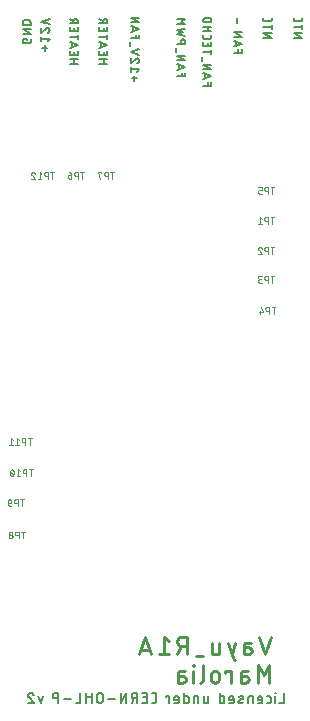
<source format=gbr>
G04 EAGLE Gerber RS-274X export*
G75*
%MOMM*%
%FSLAX34Y34*%
%LPD*%
%INSilkscreen Bottom*%
%IPPOS*%
%AMOC8*
5,1,8,0,0,1.08239X$1,22.5*%
G01*
%ADD10C,0.279400*%
%ADD11C,0.127000*%
%ADD12C,0.152400*%
%ADD13C,0.050800*%


D10*
X225603Y179383D02*
X220608Y164397D01*
X215612Y179383D01*
X206545Y170225D02*
X202799Y170225D01*
X206545Y170225D02*
X206651Y170223D01*
X206758Y170217D01*
X206864Y170208D01*
X206969Y170194D01*
X207074Y170177D01*
X207179Y170155D01*
X207282Y170130D01*
X207385Y170101D01*
X207486Y170069D01*
X207586Y170033D01*
X207685Y169993D01*
X207782Y169949D01*
X207877Y169903D01*
X207971Y169852D01*
X208063Y169798D01*
X208153Y169741D01*
X208241Y169681D01*
X208326Y169617D01*
X208409Y169551D01*
X208490Y169481D01*
X208568Y169409D01*
X208643Y169334D01*
X208715Y169256D01*
X208785Y169175D01*
X208851Y169092D01*
X208915Y169007D01*
X208975Y168919D01*
X209032Y168829D01*
X209086Y168737D01*
X209137Y168643D01*
X209183Y168548D01*
X209227Y168451D01*
X209267Y168352D01*
X209303Y168252D01*
X209335Y168151D01*
X209364Y168048D01*
X209389Y167945D01*
X209411Y167840D01*
X209428Y167735D01*
X209442Y167630D01*
X209451Y167524D01*
X209457Y167417D01*
X209459Y167311D01*
X209457Y167205D01*
X209451Y167098D01*
X209442Y166992D01*
X209428Y166887D01*
X209411Y166782D01*
X209389Y166677D01*
X209364Y166574D01*
X209335Y166471D01*
X209303Y166370D01*
X209267Y166270D01*
X209227Y166171D01*
X209183Y166074D01*
X209137Y165979D01*
X209086Y165885D01*
X209032Y165793D01*
X208975Y165703D01*
X208915Y165615D01*
X208851Y165530D01*
X208785Y165447D01*
X208715Y165366D01*
X208643Y165288D01*
X208568Y165213D01*
X208490Y165141D01*
X208409Y165071D01*
X208326Y165005D01*
X208241Y164941D01*
X208153Y164881D01*
X208063Y164824D01*
X207971Y164770D01*
X207877Y164719D01*
X207782Y164673D01*
X207685Y164629D01*
X207586Y164589D01*
X207486Y164553D01*
X207385Y164521D01*
X207282Y164492D01*
X207179Y164467D01*
X207074Y164445D01*
X206969Y164428D01*
X206864Y164414D01*
X206758Y164405D01*
X206651Y164399D01*
X206545Y164397D01*
X202799Y164397D01*
X202799Y171890D01*
X202798Y171890D02*
X202800Y171988D01*
X202806Y172086D01*
X202815Y172184D01*
X202829Y172281D01*
X202846Y172377D01*
X202867Y172473D01*
X202892Y172568D01*
X202920Y172662D01*
X202952Y172755D01*
X202988Y172846D01*
X203027Y172936D01*
X203070Y173024D01*
X203117Y173111D01*
X203166Y173195D01*
X203219Y173278D01*
X203275Y173358D01*
X203334Y173437D01*
X203397Y173512D01*
X203462Y173586D01*
X203530Y173656D01*
X203600Y173724D01*
X203674Y173790D01*
X203750Y173852D01*
X203828Y173911D01*
X203908Y173967D01*
X203991Y174020D01*
X204075Y174070D01*
X204162Y174116D01*
X204250Y174159D01*
X204340Y174198D01*
X204431Y174234D01*
X204524Y174266D01*
X204618Y174294D01*
X204713Y174319D01*
X204809Y174340D01*
X204905Y174357D01*
X205002Y174371D01*
X205100Y174380D01*
X205198Y174386D01*
X205296Y174388D01*
X208627Y174388D01*
X195802Y159402D02*
X194137Y159402D01*
X189141Y174388D01*
X195802Y174388D02*
X192472Y164397D01*
X182255Y166895D02*
X182255Y174388D01*
X182255Y166895D02*
X182253Y166797D01*
X182247Y166699D01*
X182238Y166601D01*
X182224Y166504D01*
X182207Y166408D01*
X182186Y166312D01*
X182161Y166217D01*
X182133Y166123D01*
X182101Y166030D01*
X182065Y165939D01*
X182026Y165849D01*
X181983Y165761D01*
X181936Y165674D01*
X181887Y165590D01*
X181834Y165507D01*
X181778Y165427D01*
X181719Y165349D01*
X181657Y165273D01*
X181591Y165199D01*
X181523Y165129D01*
X181453Y165061D01*
X181379Y164996D01*
X181304Y164933D01*
X181225Y164874D01*
X181145Y164818D01*
X181062Y164765D01*
X180978Y164716D01*
X180891Y164669D01*
X180803Y164626D01*
X180713Y164587D01*
X180622Y164551D01*
X180529Y164519D01*
X180435Y164491D01*
X180340Y164466D01*
X180244Y164445D01*
X180148Y164428D01*
X180051Y164414D01*
X179953Y164405D01*
X179855Y164399D01*
X179757Y164397D01*
X175594Y164397D01*
X175594Y174388D01*
X168708Y162732D02*
X162047Y162732D01*
X154813Y164397D02*
X154813Y179383D01*
X150650Y179383D01*
X150522Y179381D01*
X150394Y179375D01*
X150266Y179365D01*
X150138Y179351D01*
X150011Y179334D01*
X149885Y179312D01*
X149759Y179287D01*
X149635Y179257D01*
X149511Y179224D01*
X149388Y179187D01*
X149266Y179146D01*
X149146Y179102D01*
X149027Y179054D01*
X148910Y179002D01*
X148794Y178947D01*
X148681Y178888D01*
X148569Y178825D01*
X148458Y178759D01*
X148351Y178690D01*
X148245Y178618D01*
X148141Y178542D01*
X148040Y178463D01*
X147941Y178381D01*
X147845Y178296D01*
X147752Y178209D01*
X147661Y178118D01*
X147574Y178025D01*
X147489Y177929D01*
X147407Y177830D01*
X147328Y177729D01*
X147252Y177625D01*
X147180Y177519D01*
X147111Y177412D01*
X147045Y177302D01*
X146982Y177189D01*
X146923Y177076D01*
X146868Y176960D01*
X146816Y176843D01*
X146768Y176724D01*
X146724Y176604D01*
X146683Y176482D01*
X146646Y176359D01*
X146613Y176235D01*
X146583Y176111D01*
X146558Y175985D01*
X146536Y175859D01*
X146519Y175732D01*
X146505Y175604D01*
X146495Y175476D01*
X146489Y175348D01*
X146487Y175220D01*
X146489Y175092D01*
X146495Y174964D01*
X146505Y174836D01*
X146519Y174708D01*
X146536Y174581D01*
X146558Y174455D01*
X146583Y174329D01*
X146613Y174205D01*
X146646Y174081D01*
X146683Y173958D01*
X146724Y173836D01*
X146768Y173716D01*
X146816Y173597D01*
X146868Y173480D01*
X146923Y173364D01*
X146982Y173251D01*
X147045Y173139D01*
X147111Y173028D01*
X147180Y172921D01*
X147252Y172815D01*
X147328Y172711D01*
X147407Y172610D01*
X147489Y172511D01*
X147574Y172415D01*
X147661Y172322D01*
X147752Y172231D01*
X147845Y172144D01*
X147941Y172059D01*
X148040Y171977D01*
X148141Y171898D01*
X148245Y171822D01*
X148351Y171750D01*
X148458Y171681D01*
X148568Y171615D01*
X148681Y171552D01*
X148794Y171493D01*
X148910Y171438D01*
X149027Y171386D01*
X149146Y171338D01*
X149266Y171294D01*
X149388Y171253D01*
X149511Y171216D01*
X149635Y171183D01*
X149759Y171153D01*
X149885Y171128D01*
X150011Y171106D01*
X150138Y171089D01*
X150266Y171075D01*
X150394Y171065D01*
X150522Y171059D01*
X150650Y171057D01*
X154813Y171057D01*
X149818Y171057D02*
X146487Y164397D01*
X139320Y176053D02*
X135157Y179383D01*
X135157Y164397D01*
X139320Y164397D02*
X130994Y164397D01*
X124521Y164397D02*
X119526Y179383D01*
X114531Y164397D01*
X115779Y168144D02*
X123272Y168144D01*
X224603Y155383D02*
X224603Y140397D01*
X219608Y147057D02*
X224603Y155383D01*
X219608Y147057D02*
X214612Y155383D01*
X214612Y140397D01*
X203982Y146225D02*
X200236Y146225D01*
X203982Y146225D02*
X204088Y146223D01*
X204195Y146217D01*
X204301Y146208D01*
X204406Y146194D01*
X204511Y146177D01*
X204616Y146155D01*
X204719Y146130D01*
X204822Y146101D01*
X204923Y146069D01*
X205023Y146033D01*
X205122Y145993D01*
X205219Y145949D01*
X205314Y145903D01*
X205408Y145852D01*
X205500Y145798D01*
X205590Y145741D01*
X205678Y145681D01*
X205763Y145617D01*
X205846Y145551D01*
X205927Y145481D01*
X206005Y145409D01*
X206080Y145334D01*
X206152Y145256D01*
X206222Y145175D01*
X206288Y145092D01*
X206352Y145007D01*
X206412Y144919D01*
X206469Y144829D01*
X206523Y144737D01*
X206574Y144643D01*
X206620Y144548D01*
X206664Y144451D01*
X206704Y144352D01*
X206740Y144252D01*
X206772Y144151D01*
X206801Y144048D01*
X206826Y143945D01*
X206848Y143840D01*
X206865Y143735D01*
X206879Y143630D01*
X206888Y143524D01*
X206894Y143417D01*
X206896Y143311D01*
X206894Y143205D01*
X206888Y143098D01*
X206879Y142992D01*
X206865Y142887D01*
X206848Y142782D01*
X206826Y142677D01*
X206801Y142574D01*
X206772Y142471D01*
X206740Y142370D01*
X206704Y142270D01*
X206664Y142171D01*
X206620Y142074D01*
X206574Y141979D01*
X206523Y141885D01*
X206469Y141793D01*
X206412Y141703D01*
X206352Y141615D01*
X206288Y141530D01*
X206222Y141447D01*
X206152Y141366D01*
X206080Y141288D01*
X206005Y141213D01*
X205927Y141141D01*
X205846Y141071D01*
X205763Y141005D01*
X205678Y140941D01*
X205590Y140881D01*
X205500Y140824D01*
X205408Y140770D01*
X205314Y140719D01*
X205219Y140673D01*
X205122Y140629D01*
X205023Y140589D01*
X204923Y140553D01*
X204822Y140521D01*
X204719Y140492D01*
X204616Y140467D01*
X204511Y140445D01*
X204406Y140428D01*
X204301Y140414D01*
X204195Y140405D01*
X204088Y140399D01*
X203982Y140397D01*
X200236Y140397D01*
X200236Y147890D01*
X200235Y147890D02*
X200237Y147988D01*
X200243Y148086D01*
X200252Y148184D01*
X200266Y148281D01*
X200283Y148377D01*
X200304Y148473D01*
X200329Y148568D01*
X200357Y148662D01*
X200389Y148755D01*
X200425Y148846D01*
X200464Y148936D01*
X200507Y149024D01*
X200554Y149111D01*
X200603Y149195D01*
X200656Y149278D01*
X200712Y149358D01*
X200771Y149437D01*
X200834Y149512D01*
X200899Y149586D01*
X200967Y149656D01*
X201037Y149724D01*
X201111Y149790D01*
X201187Y149852D01*
X201265Y149911D01*
X201345Y149967D01*
X201428Y150020D01*
X201512Y150070D01*
X201599Y150116D01*
X201687Y150159D01*
X201777Y150198D01*
X201868Y150234D01*
X201961Y150266D01*
X202055Y150294D01*
X202150Y150319D01*
X202246Y150340D01*
X202342Y150357D01*
X202439Y150371D01*
X202537Y150380D01*
X202635Y150386D01*
X202733Y150388D01*
X206064Y150388D01*
X192069Y150388D02*
X192069Y140397D01*
X192069Y150388D02*
X187073Y150388D01*
X187073Y148723D01*
X181776Y147057D02*
X181776Y143727D01*
X181775Y147057D02*
X181773Y147171D01*
X181767Y147284D01*
X181758Y147398D01*
X181744Y147510D01*
X181727Y147623D01*
X181705Y147735D01*
X181680Y147845D01*
X181652Y147955D01*
X181619Y148064D01*
X181583Y148172D01*
X181543Y148279D01*
X181499Y148384D01*
X181452Y148487D01*
X181402Y148589D01*
X181348Y148689D01*
X181290Y148787D01*
X181229Y148883D01*
X181166Y148977D01*
X181098Y149069D01*
X181028Y149159D01*
X180955Y149245D01*
X180879Y149330D01*
X180800Y149412D01*
X180718Y149491D01*
X180633Y149567D01*
X180547Y149640D01*
X180457Y149710D01*
X180365Y149778D01*
X180271Y149841D01*
X180175Y149902D01*
X180077Y149960D01*
X179977Y150014D01*
X179875Y150064D01*
X179772Y150111D01*
X179667Y150155D01*
X179560Y150195D01*
X179452Y150231D01*
X179343Y150264D01*
X179233Y150292D01*
X179123Y150317D01*
X179011Y150339D01*
X178898Y150356D01*
X178786Y150370D01*
X178672Y150379D01*
X178559Y150385D01*
X178445Y150387D01*
X178331Y150385D01*
X178218Y150379D01*
X178104Y150370D01*
X177992Y150356D01*
X177879Y150339D01*
X177767Y150317D01*
X177657Y150292D01*
X177547Y150264D01*
X177438Y150231D01*
X177330Y150195D01*
X177223Y150155D01*
X177118Y150111D01*
X177015Y150064D01*
X176913Y150014D01*
X176813Y149960D01*
X176715Y149902D01*
X176619Y149841D01*
X176525Y149778D01*
X176433Y149710D01*
X176343Y149640D01*
X176257Y149567D01*
X176172Y149491D01*
X176090Y149412D01*
X176011Y149330D01*
X175935Y149245D01*
X175862Y149159D01*
X175792Y149069D01*
X175724Y148977D01*
X175661Y148883D01*
X175600Y148787D01*
X175542Y148689D01*
X175488Y148589D01*
X175438Y148487D01*
X175391Y148384D01*
X175347Y148279D01*
X175307Y148172D01*
X175271Y148064D01*
X175238Y147955D01*
X175210Y147845D01*
X175185Y147735D01*
X175163Y147623D01*
X175146Y147510D01*
X175132Y147398D01*
X175123Y147284D01*
X175117Y147171D01*
X175115Y147057D01*
X175115Y143727D01*
X175117Y143613D01*
X175123Y143500D01*
X175132Y143386D01*
X175146Y143274D01*
X175163Y143161D01*
X175185Y143049D01*
X175210Y142939D01*
X175238Y142829D01*
X175271Y142720D01*
X175307Y142612D01*
X175347Y142505D01*
X175391Y142400D01*
X175438Y142297D01*
X175488Y142195D01*
X175542Y142095D01*
X175600Y141997D01*
X175661Y141901D01*
X175724Y141807D01*
X175792Y141715D01*
X175862Y141625D01*
X175935Y141539D01*
X176011Y141454D01*
X176090Y141372D01*
X176172Y141293D01*
X176257Y141217D01*
X176343Y141144D01*
X176433Y141074D01*
X176525Y141006D01*
X176619Y140943D01*
X176715Y140882D01*
X176813Y140824D01*
X176913Y140770D01*
X177015Y140720D01*
X177118Y140673D01*
X177223Y140629D01*
X177330Y140589D01*
X177438Y140553D01*
X177547Y140520D01*
X177657Y140492D01*
X177767Y140467D01*
X177879Y140445D01*
X177992Y140428D01*
X178104Y140414D01*
X178218Y140405D01*
X178331Y140399D01*
X178445Y140397D01*
X178559Y140399D01*
X178672Y140405D01*
X178786Y140414D01*
X178898Y140428D01*
X179011Y140445D01*
X179123Y140467D01*
X179233Y140492D01*
X179343Y140520D01*
X179452Y140553D01*
X179560Y140589D01*
X179667Y140629D01*
X179772Y140673D01*
X179875Y140720D01*
X179977Y140770D01*
X180077Y140824D01*
X180175Y140882D01*
X180271Y140943D01*
X180365Y141006D01*
X180457Y141074D01*
X180547Y141144D01*
X180633Y141217D01*
X180718Y141293D01*
X180800Y141372D01*
X180879Y141454D01*
X180955Y141539D01*
X181028Y141625D01*
X181098Y141715D01*
X181166Y141807D01*
X181229Y141901D01*
X181290Y141997D01*
X181348Y142095D01*
X181402Y142195D01*
X181452Y142297D01*
X181499Y142400D01*
X181543Y142505D01*
X181583Y142612D01*
X181619Y142720D01*
X181652Y142829D01*
X181680Y142939D01*
X181705Y143049D01*
X181727Y143161D01*
X181744Y143274D01*
X181758Y143386D01*
X181767Y143500D01*
X181773Y143613D01*
X181775Y143727D01*
X168136Y142895D02*
X168136Y155383D01*
X168136Y142895D02*
X168134Y142797D01*
X168128Y142699D01*
X168119Y142601D01*
X168105Y142504D01*
X168088Y142408D01*
X168067Y142312D01*
X168042Y142217D01*
X168014Y142123D01*
X167982Y142030D01*
X167946Y141939D01*
X167907Y141849D01*
X167864Y141761D01*
X167817Y141674D01*
X167768Y141590D01*
X167715Y141507D01*
X167659Y141427D01*
X167600Y141349D01*
X167538Y141273D01*
X167472Y141199D01*
X167404Y141129D01*
X167334Y141061D01*
X167260Y140996D01*
X167185Y140933D01*
X167106Y140874D01*
X167026Y140818D01*
X166943Y140765D01*
X166859Y140716D01*
X166772Y140669D01*
X166684Y140626D01*
X166594Y140587D01*
X166503Y140551D01*
X166410Y140519D01*
X166316Y140491D01*
X166221Y140466D01*
X166125Y140445D01*
X166029Y140428D01*
X165932Y140414D01*
X165834Y140405D01*
X165736Y140399D01*
X165638Y140397D01*
X160209Y140397D02*
X160209Y150388D01*
X160625Y154550D02*
X160625Y155383D01*
X159793Y155383D01*
X159793Y154550D01*
X160625Y154550D01*
X150836Y146225D02*
X147090Y146225D01*
X150836Y146225D02*
X150942Y146223D01*
X151049Y146217D01*
X151155Y146208D01*
X151260Y146194D01*
X151365Y146177D01*
X151470Y146155D01*
X151573Y146130D01*
X151676Y146101D01*
X151777Y146069D01*
X151877Y146033D01*
X151976Y145993D01*
X152073Y145949D01*
X152168Y145903D01*
X152262Y145852D01*
X152354Y145798D01*
X152444Y145741D01*
X152532Y145681D01*
X152617Y145617D01*
X152700Y145551D01*
X152781Y145481D01*
X152859Y145409D01*
X152934Y145334D01*
X153006Y145256D01*
X153076Y145175D01*
X153142Y145092D01*
X153206Y145007D01*
X153266Y144919D01*
X153323Y144829D01*
X153377Y144737D01*
X153428Y144643D01*
X153474Y144548D01*
X153518Y144451D01*
X153558Y144352D01*
X153594Y144252D01*
X153626Y144151D01*
X153655Y144048D01*
X153680Y143945D01*
X153702Y143840D01*
X153719Y143735D01*
X153733Y143630D01*
X153742Y143524D01*
X153748Y143417D01*
X153750Y143311D01*
X153748Y143205D01*
X153742Y143098D01*
X153733Y142992D01*
X153719Y142887D01*
X153702Y142782D01*
X153680Y142677D01*
X153655Y142574D01*
X153626Y142471D01*
X153594Y142370D01*
X153558Y142270D01*
X153518Y142171D01*
X153474Y142074D01*
X153428Y141979D01*
X153377Y141885D01*
X153323Y141793D01*
X153266Y141703D01*
X153206Y141615D01*
X153142Y141530D01*
X153076Y141447D01*
X153006Y141366D01*
X152934Y141288D01*
X152859Y141213D01*
X152781Y141141D01*
X152700Y141071D01*
X152617Y141005D01*
X152532Y140941D01*
X152444Y140881D01*
X152354Y140824D01*
X152262Y140770D01*
X152168Y140719D01*
X152073Y140673D01*
X151976Y140629D01*
X151877Y140589D01*
X151777Y140553D01*
X151676Y140521D01*
X151573Y140492D01*
X151470Y140467D01*
X151365Y140445D01*
X151260Y140428D01*
X151155Y140414D01*
X151049Y140405D01*
X150942Y140399D01*
X150836Y140397D01*
X147090Y140397D01*
X147090Y147890D01*
X147089Y147890D02*
X147091Y147988D01*
X147097Y148086D01*
X147106Y148184D01*
X147120Y148281D01*
X147137Y148377D01*
X147158Y148473D01*
X147183Y148568D01*
X147211Y148662D01*
X147243Y148755D01*
X147279Y148846D01*
X147318Y148936D01*
X147361Y149024D01*
X147408Y149111D01*
X147457Y149195D01*
X147510Y149278D01*
X147566Y149358D01*
X147625Y149437D01*
X147688Y149512D01*
X147753Y149586D01*
X147821Y149656D01*
X147891Y149724D01*
X147965Y149790D01*
X148041Y149852D01*
X148119Y149911D01*
X148199Y149967D01*
X148282Y150020D01*
X148366Y150070D01*
X148453Y150116D01*
X148541Y150159D01*
X148631Y150198D01*
X148722Y150234D01*
X148815Y150266D01*
X148909Y150294D01*
X149004Y150319D01*
X149100Y150340D01*
X149196Y150357D01*
X149293Y150371D01*
X149391Y150380D01*
X149489Y150386D01*
X149587Y150388D01*
X152917Y150388D01*
D11*
X19317Y684616D02*
X19317Y685759D01*
X15507Y685759D01*
X15507Y683473D01*
X15509Y683396D01*
X15515Y683319D01*
X15525Y683242D01*
X15538Y683166D01*
X15556Y683091D01*
X15577Y683017D01*
X15602Y682944D01*
X15631Y682872D01*
X15663Y682802D01*
X15698Y682733D01*
X15738Y682667D01*
X15780Y682602D01*
X15826Y682540D01*
X15875Y682480D01*
X15926Y682423D01*
X15981Y682368D01*
X16038Y682317D01*
X16098Y682268D01*
X16160Y682222D01*
X16225Y682180D01*
X16291Y682140D01*
X16360Y682105D01*
X16430Y682073D01*
X16502Y682044D01*
X16575Y682019D01*
X16649Y681998D01*
X16724Y681980D01*
X16800Y681967D01*
X16877Y681957D01*
X16954Y681951D01*
X17031Y681949D01*
X20841Y681949D01*
X20918Y681951D01*
X20995Y681957D01*
X21072Y681967D01*
X21148Y681980D01*
X21223Y681998D01*
X21297Y682019D01*
X21370Y682044D01*
X21442Y682073D01*
X21512Y682105D01*
X21581Y682140D01*
X21647Y682180D01*
X21712Y682222D01*
X21774Y682268D01*
X21834Y682317D01*
X21891Y682368D01*
X21946Y682423D01*
X21997Y682480D01*
X22046Y682540D01*
X22092Y682602D01*
X22134Y682667D01*
X22174Y682733D01*
X22209Y682802D01*
X22241Y682872D01*
X22270Y682944D01*
X22295Y683017D01*
X22316Y683091D01*
X22334Y683166D01*
X22347Y683242D01*
X22357Y683319D01*
X22363Y683396D01*
X22365Y683473D01*
X22365Y685759D01*
X22365Y689752D02*
X15507Y689752D01*
X15507Y693562D02*
X22365Y689752D01*
X22365Y693562D02*
X15507Y693562D01*
X15507Y697555D02*
X22365Y697555D01*
X22365Y699460D01*
X22363Y699545D01*
X22357Y699631D01*
X22348Y699716D01*
X22334Y699800D01*
X22317Y699884D01*
X22296Y699967D01*
X22272Y700049D01*
X22244Y700129D01*
X22212Y700209D01*
X22176Y700287D01*
X22138Y700363D01*
X22095Y700437D01*
X22050Y700509D01*
X22001Y700580D01*
X21949Y700648D01*
X21895Y700713D01*
X21837Y700776D01*
X21776Y700837D01*
X21713Y700895D01*
X21648Y700949D01*
X21580Y701001D01*
X21509Y701050D01*
X21437Y701095D01*
X21363Y701138D01*
X21287Y701176D01*
X21209Y701212D01*
X21129Y701244D01*
X21049Y701272D01*
X20967Y701296D01*
X20884Y701317D01*
X20800Y701334D01*
X20716Y701348D01*
X20631Y701357D01*
X20545Y701363D01*
X20460Y701365D01*
X17412Y701365D01*
X17327Y701363D01*
X17241Y701357D01*
X17156Y701348D01*
X17072Y701334D01*
X16988Y701317D01*
X16905Y701296D01*
X16823Y701272D01*
X16743Y701244D01*
X16663Y701212D01*
X16585Y701176D01*
X16509Y701138D01*
X16435Y701095D01*
X16363Y701050D01*
X16292Y701001D01*
X16224Y700949D01*
X16159Y700895D01*
X16096Y700837D01*
X16035Y700776D01*
X15977Y700713D01*
X15923Y700648D01*
X15871Y700580D01*
X15822Y700509D01*
X15777Y700437D01*
X15734Y700363D01*
X15696Y700287D01*
X15660Y700209D01*
X15628Y700129D01*
X15600Y700049D01*
X15576Y699967D01*
X15555Y699884D01*
X15538Y699800D01*
X15524Y699716D01*
X15515Y699631D01*
X15509Y699545D01*
X15507Y699460D01*
X15507Y697555D01*
X34174Y679932D02*
X34174Y675360D01*
X31888Y677646D02*
X36460Y677646D01*
X36841Y683544D02*
X38365Y685449D01*
X31507Y685449D01*
X31507Y683544D02*
X31507Y687354D01*
X38366Y692954D02*
X38364Y693036D01*
X38358Y693117D01*
X38349Y693198D01*
X38335Y693279D01*
X38318Y693358D01*
X38297Y693437D01*
X38272Y693515D01*
X38243Y693591D01*
X38211Y693666D01*
X38175Y693740D01*
X38136Y693812D01*
X38094Y693881D01*
X38048Y693949D01*
X37999Y694014D01*
X37947Y694077D01*
X37892Y694137D01*
X37834Y694195D01*
X37774Y694250D01*
X37711Y694302D01*
X37646Y694351D01*
X37578Y694397D01*
X37509Y694439D01*
X37437Y694478D01*
X37363Y694514D01*
X37288Y694546D01*
X37212Y694575D01*
X37134Y694600D01*
X37055Y694621D01*
X36976Y694638D01*
X36895Y694652D01*
X36814Y694661D01*
X36733Y694667D01*
X36651Y694669D01*
X38365Y692954D02*
X38363Y692862D01*
X38357Y692770D01*
X38348Y692678D01*
X38334Y692586D01*
X38317Y692496D01*
X38296Y692406D01*
X38271Y692317D01*
X38242Y692229D01*
X38210Y692142D01*
X38174Y692057D01*
X38135Y691974D01*
X38092Y691892D01*
X38046Y691812D01*
X37996Y691734D01*
X37944Y691658D01*
X37888Y691585D01*
X37829Y691514D01*
X37767Y691445D01*
X37702Y691379D01*
X37635Y691316D01*
X37565Y691256D01*
X37493Y691198D01*
X37418Y691144D01*
X37341Y691093D01*
X37262Y691045D01*
X37181Y691001D01*
X37098Y690960D01*
X37014Y690922D01*
X36928Y690888D01*
X36841Y690858D01*
X35317Y694097D02*
X35376Y694156D01*
X35437Y694212D01*
X35500Y694265D01*
X35566Y694316D01*
X35634Y694363D01*
X35704Y694407D01*
X35776Y694448D01*
X35850Y694486D01*
X35925Y694520D01*
X36002Y694551D01*
X36080Y694578D01*
X36160Y694602D01*
X36240Y694623D01*
X36321Y694639D01*
X36403Y694652D01*
X36485Y694662D01*
X36568Y694667D01*
X36651Y694669D01*
X35317Y694097D02*
X31507Y690859D01*
X31507Y694669D01*
X31507Y700079D02*
X38365Y697793D01*
X38365Y702365D02*
X31507Y700079D01*
X55507Y664348D02*
X62365Y664348D01*
X59317Y664348D02*
X59317Y668158D01*
X62365Y668158D02*
X55507Y668158D01*
X55507Y672172D02*
X55507Y675220D01*
X55507Y672172D02*
X62365Y672172D01*
X62365Y675220D01*
X59317Y674458D02*
X59317Y672172D01*
X55507Y677866D02*
X62365Y680152D01*
X55507Y682438D01*
X57222Y681866D02*
X57222Y678437D01*
X55507Y686979D02*
X62365Y686979D01*
X62365Y685074D02*
X62365Y688884D01*
X55507Y692167D02*
X55507Y695215D01*
X55507Y692167D02*
X62365Y692167D01*
X62365Y695215D01*
X59317Y694453D02*
X59317Y692167D01*
X62365Y698555D02*
X55507Y698555D01*
X62365Y698555D02*
X62365Y700460D01*
X62363Y700545D01*
X62357Y700631D01*
X62348Y700716D01*
X62334Y700800D01*
X62317Y700884D01*
X62296Y700967D01*
X62272Y701049D01*
X62244Y701129D01*
X62212Y701209D01*
X62176Y701287D01*
X62138Y701363D01*
X62095Y701437D01*
X62050Y701509D01*
X62001Y701580D01*
X61949Y701648D01*
X61895Y701713D01*
X61837Y701776D01*
X61776Y701837D01*
X61713Y701895D01*
X61648Y701949D01*
X61580Y702001D01*
X61509Y702050D01*
X61437Y702095D01*
X61363Y702138D01*
X61287Y702176D01*
X61209Y702212D01*
X61129Y702244D01*
X61049Y702272D01*
X60967Y702296D01*
X60884Y702317D01*
X60800Y702334D01*
X60716Y702348D01*
X60631Y702357D01*
X60545Y702363D01*
X60460Y702365D01*
X60375Y702363D01*
X60289Y702357D01*
X60204Y702348D01*
X60120Y702334D01*
X60036Y702317D01*
X59953Y702296D01*
X59871Y702272D01*
X59791Y702244D01*
X59711Y702212D01*
X59633Y702176D01*
X59557Y702138D01*
X59483Y702095D01*
X59411Y702050D01*
X59340Y702001D01*
X59272Y701949D01*
X59207Y701895D01*
X59144Y701837D01*
X59083Y701776D01*
X59025Y701713D01*
X58971Y701648D01*
X58919Y701580D01*
X58870Y701509D01*
X58825Y701437D01*
X58782Y701363D01*
X58744Y701287D01*
X58708Y701209D01*
X58676Y701129D01*
X58648Y701049D01*
X58624Y700967D01*
X58603Y700884D01*
X58586Y700800D01*
X58572Y700716D01*
X58563Y700631D01*
X58557Y700545D01*
X58555Y700460D01*
X58555Y698555D01*
X58555Y700841D02*
X55507Y702365D01*
X110174Y654247D02*
X110174Y649675D01*
X107888Y651961D02*
X112460Y651961D01*
X112841Y657858D02*
X114365Y659763D01*
X107507Y659763D01*
X107507Y657858D02*
X107507Y661668D01*
X114366Y667269D02*
X114364Y667351D01*
X114358Y667432D01*
X114349Y667513D01*
X114335Y667594D01*
X114318Y667673D01*
X114297Y667752D01*
X114272Y667830D01*
X114243Y667906D01*
X114211Y667981D01*
X114175Y668055D01*
X114136Y668127D01*
X114094Y668196D01*
X114048Y668264D01*
X113999Y668329D01*
X113947Y668392D01*
X113892Y668452D01*
X113834Y668510D01*
X113774Y668565D01*
X113711Y668617D01*
X113646Y668666D01*
X113578Y668712D01*
X113509Y668754D01*
X113437Y668793D01*
X113363Y668829D01*
X113288Y668861D01*
X113212Y668890D01*
X113134Y668915D01*
X113055Y668936D01*
X112976Y668953D01*
X112895Y668967D01*
X112814Y668976D01*
X112733Y668982D01*
X112651Y668984D01*
X114365Y667269D02*
X114363Y667177D01*
X114357Y667085D01*
X114348Y666993D01*
X114334Y666901D01*
X114317Y666811D01*
X114296Y666721D01*
X114271Y666632D01*
X114242Y666544D01*
X114210Y666457D01*
X114174Y666372D01*
X114135Y666289D01*
X114092Y666207D01*
X114046Y666127D01*
X113996Y666049D01*
X113944Y665973D01*
X113888Y665900D01*
X113829Y665829D01*
X113767Y665760D01*
X113702Y665694D01*
X113635Y665631D01*
X113565Y665571D01*
X113493Y665513D01*
X113418Y665459D01*
X113341Y665408D01*
X113262Y665360D01*
X113181Y665316D01*
X113098Y665275D01*
X113014Y665237D01*
X112928Y665203D01*
X112841Y665173D01*
X111317Y668412D02*
X111376Y668471D01*
X111437Y668527D01*
X111500Y668580D01*
X111566Y668631D01*
X111634Y668678D01*
X111704Y668722D01*
X111776Y668763D01*
X111850Y668801D01*
X111925Y668835D01*
X112002Y668866D01*
X112080Y668893D01*
X112160Y668917D01*
X112240Y668938D01*
X112321Y668954D01*
X112403Y668967D01*
X112485Y668977D01*
X112568Y668982D01*
X112651Y668984D01*
X111317Y668412D02*
X107507Y665174D01*
X107507Y668984D01*
X107507Y674394D02*
X114365Y672108D01*
X114365Y676680D02*
X107507Y674394D01*
X106745Y679454D02*
X106745Y682502D01*
X107507Y685921D02*
X114365Y685921D01*
X114365Y688969D01*
X111317Y688969D02*
X111317Y685921D01*
X107507Y691615D02*
X114365Y693901D01*
X107507Y696187D01*
X109222Y695615D02*
X109222Y692186D01*
X107507Y699555D02*
X114365Y699555D01*
X107507Y703365D01*
X114365Y703365D01*
X146507Y653817D02*
X153365Y653817D01*
X153365Y656865D01*
X150317Y656865D02*
X150317Y653817D01*
X146507Y659510D02*
X153365Y661796D01*
X146507Y664082D01*
X148222Y663511D02*
X148222Y660082D01*
X146507Y667450D02*
X153365Y667450D01*
X146507Y671260D01*
X153365Y671260D01*
X145745Y674659D02*
X145745Y677707D01*
X146507Y681265D02*
X153365Y681265D01*
X153365Y683170D01*
X153363Y683255D01*
X153357Y683341D01*
X153348Y683426D01*
X153334Y683510D01*
X153317Y683594D01*
X153296Y683677D01*
X153272Y683759D01*
X153244Y683839D01*
X153212Y683919D01*
X153176Y683997D01*
X153138Y684073D01*
X153095Y684147D01*
X153050Y684219D01*
X153001Y684290D01*
X152949Y684358D01*
X152895Y684423D01*
X152837Y684486D01*
X152776Y684547D01*
X152713Y684605D01*
X152648Y684659D01*
X152580Y684711D01*
X152509Y684760D01*
X152437Y684805D01*
X152363Y684848D01*
X152287Y684886D01*
X152209Y684922D01*
X152129Y684954D01*
X152049Y684982D01*
X151967Y685006D01*
X151884Y685027D01*
X151800Y685044D01*
X151716Y685058D01*
X151631Y685067D01*
X151545Y685073D01*
X151460Y685075D01*
X151375Y685073D01*
X151289Y685067D01*
X151204Y685058D01*
X151120Y685044D01*
X151036Y685027D01*
X150953Y685006D01*
X150871Y684982D01*
X150791Y684954D01*
X150711Y684922D01*
X150633Y684886D01*
X150557Y684848D01*
X150483Y684805D01*
X150411Y684760D01*
X150340Y684711D01*
X150272Y684659D01*
X150207Y684605D01*
X150144Y684547D01*
X150083Y684486D01*
X150025Y684423D01*
X149971Y684358D01*
X149919Y684290D01*
X149870Y684219D01*
X149825Y684147D01*
X149782Y684073D01*
X149744Y683997D01*
X149708Y683919D01*
X149676Y683839D01*
X149648Y683759D01*
X149624Y683677D01*
X149603Y683594D01*
X149586Y683510D01*
X149572Y683426D01*
X149563Y683341D01*
X149557Y683255D01*
X149555Y683170D01*
X149555Y681265D01*
X153365Y688009D02*
X146507Y689533D01*
X151079Y691057D01*
X146507Y692581D01*
X153365Y694105D01*
X153365Y697793D02*
X146507Y697793D01*
X149555Y700079D02*
X153365Y697793D01*
X149555Y700079D02*
X153365Y702365D01*
X146507Y702365D01*
X168507Y645932D02*
X175365Y645932D01*
X175365Y648980D01*
X172317Y648980D02*
X172317Y645932D01*
X168507Y651625D02*
X175365Y653911D01*
X168507Y656197D01*
X170222Y655626D02*
X170222Y652197D01*
X168507Y659565D02*
X175365Y659565D01*
X168507Y663375D01*
X175365Y663375D01*
X167745Y666774D02*
X167745Y669822D01*
X168507Y674394D02*
X175365Y674394D01*
X175365Y672489D02*
X175365Y676299D01*
X168507Y679582D02*
X168507Y682630D01*
X168507Y679582D02*
X175365Y679582D01*
X175365Y682630D01*
X172317Y681868D02*
X172317Y679582D01*
X168507Y687149D02*
X168507Y688673D01*
X168507Y687149D02*
X168509Y687072D01*
X168515Y686995D01*
X168525Y686918D01*
X168538Y686842D01*
X168556Y686767D01*
X168577Y686693D01*
X168602Y686620D01*
X168631Y686548D01*
X168663Y686478D01*
X168698Y686409D01*
X168738Y686343D01*
X168780Y686278D01*
X168826Y686216D01*
X168875Y686156D01*
X168926Y686099D01*
X168981Y686044D01*
X169038Y685993D01*
X169098Y685944D01*
X169160Y685898D01*
X169225Y685856D01*
X169291Y685816D01*
X169360Y685781D01*
X169430Y685749D01*
X169502Y685720D01*
X169575Y685695D01*
X169649Y685674D01*
X169724Y685656D01*
X169800Y685643D01*
X169877Y685633D01*
X169954Y685627D01*
X170031Y685625D01*
X173841Y685625D01*
X173918Y685627D01*
X173995Y685633D01*
X174072Y685643D01*
X174148Y685656D01*
X174223Y685674D01*
X174297Y685695D01*
X174370Y685720D01*
X174442Y685749D01*
X174512Y685781D01*
X174581Y685816D01*
X174647Y685856D01*
X174712Y685898D01*
X174774Y685944D01*
X174834Y685993D01*
X174891Y686044D01*
X174946Y686099D01*
X174997Y686156D01*
X175046Y686216D01*
X175092Y686278D01*
X175134Y686343D01*
X175174Y686409D01*
X175209Y686478D01*
X175241Y686548D01*
X175270Y686620D01*
X175295Y686693D01*
X175316Y686767D01*
X175334Y686842D01*
X175347Y686918D01*
X175357Y686995D01*
X175363Y687072D01*
X175365Y687149D01*
X175365Y688673D01*
X175365Y691996D02*
X168507Y691996D01*
X172317Y691996D02*
X172317Y695806D01*
X175365Y695806D02*
X168507Y695806D01*
X170412Y699555D02*
X173460Y699555D01*
X173545Y699557D01*
X173631Y699563D01*
X173716Y699572D01*
X173800Y699586D01*
X173884Y699603D01*
X173967Y699624D01*
X174049Y699648D01*
X174129Y699676D01*
X174209Y699708D01*
X174287Y699744D01*
X174363Y699782D01*
X174437Y699825D01*
X174509Y699870D01*
X174580Y699919D01*
X174648Y699971D01*
X174713Y700025D01*
X174776Y700083D01*
X174837Y700144D01*
X174895Y700207D01*
X174949Y700272D01*
X175001Y700340D01*
X175050Y700411D01*
X175095Y700483D01*
X175138Y700557D01*
X175176Y700633D01*
X175212Y700711D01*
X175244Y700791D01*
X175272Y700871D01*
X175296Y700953D01*
X175317Y701036D01*
X175334Y701120D01*
X175348Y701204D01*
X175357Y701289D01*
X175363Y701375D01*
X175365Y701460D01*
X175363Y701545D01*
X175357Y701631D01*
X175348Y701716D01*
X175334Y701800D01*
X175317Y701884D01*
X175296Y701967D01*
X175272Y702049D01*
X175244Y702129D01*
X175212Y702209D01*
X175176Y702287D01*
X175138Y702363D01*
X175095Y702437D01*
X175050Y702509D01*
X175001Y702580D01*
X174949Y702648D01*
X174895Y702713D01*
X174837Y702776D01*
X174776Y702837D01*
X174713Y702895D01*
X174648Y702949D01*
X174580Y703001D01*
X174509Y703050D01*
X174437Y703095D01*
X174363Y703138D01*
X174287Y703176D01*
X174209Y703212D01*
X174129Y703244D01*
X174049Y703272D01*
X173967Y703296D01*
X173884Y703317D01*
X173800Y703334D01*
X173716Y703348D01*
X173631Y703357D01*
X173545Y703363D01*
X173460Y703365D01*
X170412Y703365D01*
X170327Y703363D01*
X170241Y703357D01*
X170156Y703348D01*
X170072Y703334D01*
X169988Y703317D01*
X169905Y703296D01*
X169823Y703272D01*
X169743Y703244D01*
X169663Y703212D01*
X169585Y703176D01*
X169509Y703138D01*
X169435Y703095D01*
X169363Y703050D01*
X169292Y703001D01*
X169224Y702949D01*
X169159Y702895D01*
X169096Y702837D01*
X169035Y702776D01*
X168977Y702713D01*
X168923Y702648D01*
X168871Y702580D01*
X168822Y702509D01*
X168777Y702437D01*
X168734Y702363D01*
X168696Y702287D01*
X168660Y702209D01*
X168628Y702129D01*
X168600Y702049D01*
X168576Y701967D01*
X168555Y701884D01*
X168538Y701800D01*
X168524Y701716D01*
X168515Y701631D01*
X168509Y701545D01*
X168507Y701460D01*
X168509Y701375D01*
X168515Y701289D01*
X168524Y701204D01*
X168538Y701120D01*
X168555Y701036D01*
X168576Y700953D01*
X168600Y700871D01*
X168628Y700791D01*
X168660Y700711D01*
X168696Y700633D01*
X168734Y700557D01*
X168777Y700483D01*
X168822Y700411D01*
X168871Y700340D01*
X168923Y700272D01*
X168977Y700207D01*
X169035Y700144D01*
X169096Y700083D01*
X169159Y700025D01*
X169224Y699971D01*
X169292Y699919D01*
X169363Y699870D01*
X169435Y699825D01*
X169509Y699782D01*
X169585Y699744D01*
X169663Y699708D01*
X169743Y699676D01*
X169823Y699648D01*
X169905Y699624D01*
X169988Y699603D01*
X170072Y699586D01*
X170156Y699572D01*
X170241Y699563D01*
X170327Y699557D01*
X170412Y699555D01*
X245507Y686450D02*
X252365Y686450D01*
X245507Y690260D01*
X252365Y690260D01*
X252365Y695426D02*
X245507Y695426D01*
X252365Y693521D02*
X252365Y697331D01*
X245507Y701841D02*
X245507Y703365D01*
X245507Y701841D02*
X245509Y701764D01*
X245515Y701687D01*
X245525Y701610D01*
X245538Y701534D01*
X245556Y701459D01*
X245577Y701385D01*
X245602Y701312D01*
X245631Y701240D01*
X245663Y701170D01*
X245698Y701101D01*
X245738Y701035D01*
X245780Y700970D01*
X245826Y700908D01*
X245875Y700848D01*
X245926Y700791D01*
X245981Y700736D01*
X246038Y700685D01*
X246098Y700636D01*
X246160Y700590D01*
X246225Y700548D01*
X246291Y700508D01*
X246360Y700473D01*
X246430Y700441D01*
X246502Y700412D01*
X246575Y700387D01*
X246649Y700366D01*
X246724Y700348D01*
X246800Y700335D01*
X246877Y700325D01*
X246954Y700319D01*
X247031Y700317D01*
X250841Y700317D01*
X250918Y700319D01*
X250995Y700325D01*
X251072Y700335D01*
X251148Y700348D01*
X251223Y700366D01*
X251297Y700387D01*
X251370Y700412D01*
X251442Y700441D01*
X251512Y700473D01*
X251581Y700508D01*
X251647Y700548D01*
X251712Y700590D01*
X251774Y700636D01*
X251834Y700685D01*
X251891Y700736D01*
X251946Y700791D01*
X251997Y700848D01*
X252046Y700908D01*
X252092Y700970D01*
X252134Y701035D01*
X252174Y701101D01*
X252209Y701170D01*
X252241Y701240D01*
X252270Y701312D01*
X252295Y701385D01*
X252316Y701459D01*
X252334Y701534D01*
X252347Y701610D01*
X252357Y701687D01*
X252363Y701764D01*
X252365Y701841D01*
X252365Y703365D01*
X226365Y686450D02*
X219507Y686450D01*
X219507Y690260D02*
X226365Y686450D01*
X226365Y690260D02*
X219507Y690260D01*
X219507Y695426D02*
X226365Y695426D01*
X226365Y693521D02*
X226365Y697331D01*
X219507Y701841D02*
X219507Y703365D01*
X219507Y701841D02*
X219509Y701764D01*
X219515Y701687D01*
X219525Y701610D01*
X219538Y701534D01*
X219556Y701459D01*
X219577Y701385D01*
X219602Y701312D01*
X219631Y701240D01*
X219663Y701170D01*
X219698Y701101D01*
X219738Y701035D01*
X219780Y700970D01*
X219826Y700908D01*
X219875Y700848D01*
X219926Y700791D01*
X219981Y700736D01*
X220038Y700685D01*
X220098Y700636D01*
X220160Y700590D01*
X220225Y700548D01*
X220291Y700508D01*
X220360Y700473D01*
X220430Y700441D01*
X220502Y700412D01*
X220575Y700387D01*
X220649Y700366D01*
X220724Y700348D01*
X220800Y700335D01*
X220877Y700325D01*
X220954Y700319D01*
X221031Y700317D01*
X224841Y700317D01*
X224918Y700319D01*
X224995Y700325D01*
X225072Y700335D01*
X225148Y700348D01*
X225223Y700366D01*
X225297Y700387D01*
X225370Y700412D01*
X225442Y700441D01*
X225512Y700473D01*
X225581Y700508D01*
X225647Y700548D01*
X225712Y700590D01*
X225774Y700636D01*
X225834Y700685D01*
X225891Y700736D01*
X225946Y700791D01*
X225997Y700848D01*
X226046Y700908D01*
X226092Y700970D01*
X226134Y701035D01*
X226174Y701101D01*
X226209Y701170D01*
X226241Y701240D01*
X226270Y701312D01*
X226295Y701385D01*
X226316Y701459D01*
X226334Y701534D01*
X226347Y701610D01*
X226357Y701687D01*
X226363Y701764D01*
X226365Y701841D01*
X226365Y703365D01*
X87365Y664348D02*
X80507Y664348D01*
X84317Y664348D02*
X84317Y668158D01*
X87365Y668158D02*
X80507Y668158D01*
X80507Y672172D02*
X80507Y675220D01*
X80507Y672172D02*
X87365Y672172D01*
X87365Y675220D01*
X84317Y674458D02*
X84317Y672172D01*
X80507Y677866D02*
X87365Y680152D01*
X80507Y682438D01*
X82222Y681866D02*
X82222Y678437D01*
X80507Y686979D02*
X87365Y686979D01*
X87365Y685074D02*
X87365Y688884D01*
X80507Y692167D02*
X80507Y695215D01*
X80507Y692167D02*
X87365Y692167D01*
X87365Y695215D01*
X84317Y694453D02*
X84317Y692167D01*
X87365Y698555D02*
X80507Y698555D01*
X87365Y698555D02*
X87365Y700460D01*
X87363Y700545D01*
X87357Y700631D01*
X87348Y700716D01*
X87334Y700800D01*
X87317Y700884D01*
X87296Y700967D01*
X87272Y701049D01*
X87244Y701129D01*
X87212Y701209D01*
X87176Y701287D01*
X87138Y701363D01*
X87095Y701437D01*
X87050Y701509D01*
X87001Y701580D01*
X86949Y701648D01*
X86895Y701713D01*
X86837Y701776D01*
X86776Y701837D01*
X86713Y701895D01*
X86648Y701949D01*
X86580Y702001D01*
X86509Y702050D01*
X86437Y702095D01*
X86363Y702138D01*
X86287Y702176D01*
X86209Y702212D01*
X86129Y702244D01*
X86049Y702272D01*
X85967Y702296D01*
X85884Y702317D01*
X85800Y702334D01*
X85716Y702348D01*
X85631Y702357D01*
X85545Y702363D01*
X85460Y702365D01*
X85375Y702363D01*
X85289Y702357D01*
X85204Y702348D01*
X85120Y702334D01*
X85036Y702317D01*
X84953Y702296D01*
X84871Y702272D01*
X84791Y702244D01*
X84711Y702212D01*
X84633Y702176D01*
X84557Y702138D01*
X84483Y702095D01*
X84411Y702050D01*
X84340Y702001D01*
X84272Y701949D01*
X84207Y701895D01*
X84144Y701837D01*
X84083Y701776D01*
X84025Y701713D01*
X83971Y701648D01*
X83919Y701580D01*
X83870Y701509D01*
X83825Y701437D01*
X83782Y701363D01*
X83744Y701287D01*
X83708Y701209D01*
X83676Y701129D01*
X83648Y701049D01*
X83624Y700967D01*
X83603Y700884D01*
X83586Y700800D01*
X83572Y700716D01*
X83563Y700631D01*
X83557Y700545D01*
X83555Y700460D01*
X83555Y698555D01*
X83555Y700841D02*
X80507Y702365D01*
X194507Y673592D02*
X201365Y673592D01*
X201365Y676640D01*
X198317Y676640D02*
X198317Y673592D01*
X194507Y679286D02*
X201365Y681572D01*
X194507Y683858D01*
X196222Y683286D02*
X196222Y679857D01*
X194507Y687226D02*
X201365Y687226D01*
X194507Y691036D01*
X201365Y691036D01*
X197174Y698793D02*
X197174Y703365D01*
D12*
X236738Y131898D02*
X236738Y123262D01*
X232900Y123262D01*
X229488Y123262D02*
X229488Y129019D01*
X229728Y131418D02*
X229728Y131898D01*
X229248Y131898D01*
X229248Y131418D01*
X229728Y131418D01*
X224162Y123262D02*
X222243Y123262D01*
X224162Y123262D02*
X224237Y123264D01*
X224312Y123270D01*
X224387Y123280D01*
X224461Y123293D01*
X224534Y123311D01*
X224607Y123332D01*
X224678Y123358D01*
X224747Y123386D01*
X224815Y123419D01*
X224882Y123455D01*
X224946Y123494D01*
X225008Y123537D01*
X225068Y123583D01*
X225125Y123632D01*
X225180Y123683D01*
X225231Y123738D01*
X225280Y123795D01*
X225326Y123855D01*
X225369Y123917D01*
X225408Y123982D01*
X225444Y124048D01*
X225477Y124116D01*
X225505Y124185D01*
X225531Y124256D01*
X225552Y124329D01*
X225570Y124402D01*
X225583Y124476D01*
X225593Y124551D01*
X225599Y124626D01*
X225601Y124701D01*
X225601Y127580D01*
X225599Y127655D01*
X225593Y127730D01*
X225583Y127805D01*
X225570Y127879D01*
X225552Y127952D01*
X225531Y128025D01*
X225505Y128096D01*
X225477Y128165D01*
X225444Y128233D01*
X225408Y128300D01*
X225369Y128364D01*
X225326Y128426D01*
X225280Y128486D01*
X225231Y128543D01*
X225180Y128598D01*
X225125Y128649D01*
X225068Y128698D01*
X225008Y128744D01*
X224946Y128787D01*
X224882Y128826D01*
X224815Y128862D01*
X224747Y128895D01*
X224678Y128923D01*
X224607Y128949D01*
X224534Y128970D01*
X224461Y128988D01*
X224387Y129001D01*
X224312Y129011D01*
X224237Y129017D01*
X224162Y129019D01*
X222243Y129019D01*
X217167Y123262D02*
X214768Y123262D01*
X217167Y123262D02*
X217242Y123264D01*
X217317Y123270D01*
X217392Y123280D01*
X217466Y123293D01*
X217539Y123311D01*
X217612Y123332D01*
X217683Y123358D01*
X217752Y123386D01*
X217820Y123419D01*
X217887Y123455D01*
X217951Y123494D01*
X218013Y123537D01*
X218073Y123583D01*
X218130Y123632D01*
X218185Y123683D01*
X218236Y123738D01*
X218285Y123795D01*
X218331Y123855D01*
X218374Y123917D01*
X218413Y123982D01*
X218449Y124048D01*
X218482Y124116D01*
X218510Y124185D01*
X218536Y124256D01*
X218557Y124329D01*
X218575Y124402D01*
X218588Y124476D01*
X218598Y124551D01*
X218604Y124626D01*
X218606Y124701D01*
X218606Y127100D01*
X218604Y127186D01*
X218598Y127272D01*
X218589Y127358D01*
X218575Y127443D01*
X218558Y127527D01*
X218537Y127611D01*
X218512Y127693D01*
X218484Y127774D01*
X218452Y127854D01*
X218416Y127933D01*
X218377Y128009D01*
X218334Y128084D01*
X218289Y128157D01*
X218240Y128228D01*
X218187Y128296D01*
X218132Y128363D01*
X218074Y128426D01*
X218013Y128487D01*
X217950Y128545D01*
X217883Y128600D01*
X217815Y128653D01*
X217744Y128702D01*
X217671Y128747D01*
X217596Y128790D01*
X217520Y128829D01*
X217441Y128865D01*
X217361Y128897D01*
X217280Y128925D01*
X217198Y128950D01*
X217114Y128971D01*
X217030Y128988D01*
X216945Y129002D01*
X216859Y129011D01*
X216773Y129017D01*
X216687Y129019D01*
X216601Y129017D01*
X216515Y129011D01*
X216429Y129002D01*
X216344Y128988D01*
X216260Y128971D01*
X216176Y128950D01*
X216094Y128925D01*
X216013Y128897D01*
X215933Y128865D01*
X215854Y128829D01*
X215778Y128790D01*
X215703Y128747D01*
X215630Y128702D01*
X215559Y128653D01*
X215491Y128600D01*
X215424Y128545D01*
X215361Y128487D01*
X215300Y128426D01*
X215242Y128363D01*
X215187Y128296D01*
X215134Y128228D01*
X215085Y128157D01*
X215040Y128084D01*
X214997Y128009D01*
X214958Y127933D01*
X214922Y127854D01*
X214890Y127774D01*
X214862Y127693D01*
X214837Y127611D01*
X214816Y127527D01*
X214799Y127443D01*
X214785Y127358D01*
X214776Y127272D01*
X214770Y127186D01*
X214768Y127100D01*
X214768Y126141D01*
X218606Y126141D01*
X210376Y129019D02*
X210376Y123262D01*
X210376Y129019D02*
X207977Y129019D01*
X207902Y129017D01*
X207827Y129011D01*
X207752Y129001D01*
X207678Y128988D01*
X207605Y128970D01*
X207532Y128949D01*
X207461Y128923D01*
X207392Y128895D01*
X207324Y128862D01*
X207258Y128826D01*
X207193Y128787D01*
X207131Y128744D01*
X207071Y128698D01*
X207014Y128649D01*
X206959Y128598D01*
X206908Y128543D01*
X206859Y128486D01*
X206813Y128426D01*
X206770Y128364D01*
X206731Y128300D01*
X206695Y128233D01*
X206662Y128165D01*
X206634Y128096D01*
X206608Y128025D01*
X206587Y127952D01*
X206569Y127879D01*
X206556Y127805D01*
X206546Y127730D01*
X206540Y127655D01*
X206538Y127580D01*
X206538Y123262D01*
X201427Y126620D02*
X199028Y125661D01*
X201427Y126620D02*
X201490Y126647D01*
X201552Y126678D01*
X201612Y126713D01*
X201670Y126750D01*
X201726Y126791D01*
X201779Y126834D01*
X201830Y126881D01*
X201878Y126930D01*
X201924Y126982D01*
X201966Y127037D01*
X202006Y127094D01*
X202042Y127152D01*
X202075Y127213D01*
X202104Y127275D01*
X202130Y127339D01*
X202153Y127405D01*
X202171Y127471D01*
X202186Y127539D01*
X202198Y127607D01*
X202205Y127675D01*
X202209Y127744D01*
X202208Y127813D01*
X202204Y127882D01*
X202196Y127951D01*
X202185Y128019D01*
X202169Y128086D01*
X202150Y128153D01*
X202128Y128218D01*
X202101Y128282D01*
X202071Y128344D01*
X202038Y128404D01*
X202001Y128463D01*
X201962Y128519D01*
X201919Y128574D01*
X201873Y128625D01*
X201825Y128674D01*
X201773Y128721D01*
X201720Y128764D01*
X201664Y128804D01*
X201605Y128841D01*
X201545Y128875D01*
X201483Y128906D01*
X201420Y128933D01*
X201355Y128956D01*
X201289Y128976D01*
X201222Y128992D01*
X201154Y129005D01*
X201085Y129013D01*
X201016Y129018D01*
X200947Y129019D01*
X200808Y129016D01*
X200669Y129008D01*
X200530Y128997D01*
X200392Y128983D01*
X200254Y128965D01*
X200116Y128944D01*
X199979Y128919D01*
X199843Y128890D01*
X199707Y128858D01*
X199573Y128823D01*
X199439Y128784D01*
X199306Y128742D01*
X199175Y128696D01*
X199045Y128647D01*
X198916Y128595D01*
X198788Y128540D01*
X199028Y125661D02*
X198965Y125634D01*
X198903Y125603D01*
X198843Y125568D01*
X198785Y125531D01*
X198729Y125490D01*
X198676Y125447D01*
X198625Y125400D01*
X198577Y125351D01*
X198531Y125299D01*
X198489Y125244D01*
X198449Y125187D01*
X198413Y125129D01*
X198380Y125068D01*
X198351Y125005D01*
X198325Y124942D01*
X198302Y124876D01*
X198284Y124810D01*
X198269Y124742D01*
X198257Y124674D01*
X198250Y124606D01*
X198246Y124537D01*
X198247Y124468D01*
X198251Y124399D01*
X198259Y124330D01*
X198270Y124262D01*
X198286Y124195D01*
X198305Y124128D01*
X198327Y124063D01*
X198354Y123999D01*
X198384Y123937D01*
X198417Y123877D01*
X198454Y123818D01*
X198493Y123762D01*
X198536Y123707D01*
X198582Y123656D01*
X198630Y123607D01*
X198682Y123560D01*
X198735Y123517D01*
X198791Y123477D01*
X198850Y123440D01*
X198910Y123406D01*
X198972Y123375D01*
X199035Y123348D01*
X199100Y123325D01*
X199166Y123305D01*
X199233Y123289D01*
X199301Y123276D01*
X199370Y123268D01*
X199439Y123263D01*
X199508Y123262D01*
X199508Y123263D02*
X199701Y123268D01*
X199893Y123277D01*
X200085Y123292D01*
X200276Y123310D01*
X200467Y123333D01*
X200658Y123361D01*
X200848Y123393D01*
X201036Y123430D01*
X201224Y123471D01*
X201411Y123517D01*
X201597Y123567D01*
X201782Y123621D01*
X201965Y123680D01*
X202147Y123743D01*
X192783Y123262D02*
X190384Y123262D01*
X192783Y123262D02*
X192858Y123264D01*
X192933Y123270D01*
X193008Y123280D01*
X193082Y123293D01*
X193155Y123311D01*
X193228Y123332D01*
X193299Y123358D01*
X193368Y123386D01*
X193436Y123419D01*
X193503Y123455D01*
X193567Y123494D01*
X193629Y123537D01*
X193689Y123583D01*
X193746Y123632D01*
X193801Y123683D01*
X193852Y123738D01*
X193901Y123795D01*
X193947Y123855D01*
X193990Y123917D01*
X194029Y123982D01*
X194065Y124048D01*
X194098Y124116D01*
X194126Y124185D01*
X194152Y124256D01*
X194173Y124329D01*
X194191Y124402D01*
X194204Y124476D01*
X194214Y124551D01*
X194220Y124626D01*
X194222Y124701D01*
X194222Y127100D01*
X194220Y127186D01*
X194214Y127272D01*
X194205Y127358D01*
X194191Y127443D01*
X194174Y127527D01*
X194153Y127611D01*
X194128Y127693D01*
X194100Y127774D01*
X194068Y127854D01*
X194032Y127933D01*
X193993Y128009D01*
X193950Y128084D01*
X193905Y128157D01*
X193856Y128228D01*
X193803Y128296D01*
X193748Y128363D01*
X193690Y128426D01*
X193629Y128487D01*
X193566Y128545D01*
X193499Y128600D01*
X193431Y128653D01*
X193360Y128702D01*
X193287Y128747D01*
X193212Y128790D01*
X193136Y128829D01*
X193057Y128865D01*
X192977Y128897D01*
X192896Y128925D01*
X192814Y128950D01*
X192730Y128971D01*
X192646Y128988D01*
X192561Y129002D01*
X192475Y129011D01*
X192389Y129017D01*
X192303Y129019D01*
X192217Y129017D01*
X192131Y129011D01*
X192045Y129002D01*
X191960Y128988D01*
X191876Y128971D01*
X191792Y128950D01*
X191710Y128925D01*
X191629Y128897D01*
X191549Y128865D01*
X191470Y128829D01*
X191394Y128790D01*
X191319Y128747D01*
X191246Y128702D01*
X191175Y128653D01*
X191107Y128600D01*
X191040Y128545D01*
X190977Y128487D01*
X190916Y128426D01*
X190858Y128363D01*
X190803Y128296D01*
X190750Y128228D01*
X190701Y128157D01*
X190656Y128084D01*
X190613Y128009D01*
X190574Y127933D01*
X190538Y127854D01*
X190506Y127774D01*
X190478Y127693D01*
X190453Y127611D01*
X190432Y127527D01*
X190415Y127443D01*
X190401Y127358D01*
X190392Y127272D01*
X190386Y127186D01*
X190384Y127100D01*
X190384Y126141D01*
X194222Y126141D01*
X182527Y123262D02*
X182527Y131898D01*
X182527Y123262D02*
X184926Y123262D01*
X185001Y123264D01*
X185076Y123270D01*
X185151Y123280D01*
X185225Y123293D01*
X185298Y123311D01*
X185371Y123332D01*
X185442Y123358D01*
X185511Y123386D01*
X185579Y123419D01*
X185646Y123455D01*
X185710Y123494D01*
X185772Y123537D01*
X185832Y123583D01*
X185889Y123632D01*
X185944Y123683D01*
X185995Y123738D01*
X186044Y123795D01*
X186090Y123855D01*
X186133Y123917D01*
X186172Y123982D01*
X186208Y124048D01*
X186241Y124116D01*
X186269Y124185D01*
X186295Y124256D01*
X186316Y124329D01*
X186334Y124402D01*
X186347Y124476D01*
X186357Y124551D01*
X186363Y124626D01*
X186365Y124701D01*
X186365Y127580D01*
X186363Y127655D01*
X186357Y127730D01*
X186347Y127805D01*
X186334Y127879D01*
X186316Y127952D01*
X186295Y128025D01*
X186269Y128096D01*
X186241Y128165D01*
X186208Y128233D01*
X186172Y128300D01*
X186133Y128364D01*
X186090Y128426D01*
X186044Y128486D01*
X185995Y128543D01*
X185944Y128598D01*
X185889Y128649D01*
X185832Y128698D01*
X185772Y128744D01*
X185710Y128787D01*
X185646Y128826D01*
X185579Y128862D01*
X185511Y128895D01*
X185442Y128923D01*
X185371Y128949D01*
X185298Y128970D01*
X185225Y128988D01*
X185151Y129001D01*
X185076Y129011D01*
X185001Y129017D01*
X184926Y129019D01*
X182527Y129019D01*
X172886Y129019D02*
X172886Y124701D01*
X172884Y124626D01*
X172878Y124551D01*
X172868Y124476D01*
X172855Y124402D01*
X172837Y124329D01*
X172816Y124256D01*
X172790Y124185D01*
X172762Y124116D01*
X172729Y124048D01*
X172693Y123982D01*
X172654Y123917D01*
X172611Y123855D01*
X172565Y123795D01*
X172516Y123738D01*
X172465Y123683D01*
X172410Y123632D01*
X172353Y123583D01*
X172293Y123537D01*
X172231Y123494D01*
X172167Y123455D01*
X172100Y123419D01*
X172032Y123386D01*
X171963Y123358D01*
X171892Y123332D01*
X171819Y123311D01*
X171746Y123293D01*
X171672Y123280D01*
X171597Y123270D01*
X171522Y123264D01*
X171447Y123262D01*
X169048Y123262D01*
X169048Y129019D01*
X164352Y129019D02*
X164352Y123262D01*
X164352Y129019D02*
X161953Y129019D01*
X161878Y129017D01*
X161803Y129011D01*
X161728Y129001D01*
X161654Y128988D01*
X161581Y128970D01*
X161508Y128949D01*
X161437Y128923D01*
X161368Y128895D01*
X161300Y128862D01*
X161234Y128826D01*
X161169Y128787D01*
X161107Y128744D01*
X161047Y128698D01*
X160990Y128649D01*
X160935Y128598D01*
X160884Y128543D01*
X160835Y128486D01*
X160789Y128426D01*
X160746Y128364D01*
X160707Y128300D01*
X160671Y128233D01*
X160638Y128165D01*
X160610Y128096D01*
X160584Y128025D01*
X160563Y127952D01*
X160545Y127879D01*
X160532Y127805D01*
X160522Y127730D01*
X160516Y127655D01*
X160514Y127580D01*
X160514Y123262D01*
X152352Y123262D02*
X152352Y131898D01*
X152352Y123262D02*
X154751Y123262D01*
X154826Y123264D01*
X154901Y123270D01*
X154976Y123280D01*
X155050Y123293D01*
X155123Y123311D01*
X155196Y123332D01*
X155267Y123358D01*
X155336Y123386D01*
X155404Y123419D01*
X155471Y123455D01*
X155535Y123494D01*
X155597Y123537D01*
X155657Y123583D01*
X155714Y123632D01*
X155769Y123683D01*
X155820Y123738D01*
X155869Y123795D01*
X155915Y123855D01*
X155958Y123917D01*
X155997Y123982D01*
X156033Y124048D01*
X156066Y124116D01*
X156094Y124185D01*
X156120Y124256D01*
X156141Y124329D01*
X156159Y124402D01*
X156172Y124476D01*
X156182Y124551D01*
X156188Y124626D01*
X156190Y124701D01*
X156190Y127580D01*
X156188Y127655D01*
X156182Y127730D01*
X156172Y127805D01*
X156159Y127879D01*
X156141Y127952D01*
X156120Y128025D01*
X156094Y128096D01*
X156066Y128165D01*
X156033Y128233D01*
X155997Y128300D01*
X155958Y128364D01*
X155915Y128426D01*
X155869Y128486D01*
X155820Y128543D01*
X155769Y128598D01*
X155714Y128649D01*
X155657Y128698D01*
X155597Y128744D01*
X155535Y128787D01*
X155471Y128826D01*
X155404Y128862D01*
X155336Y128895D01*
X155267Y128923D01*
X155196Y128949D01*
X155123Y128970D01*
X155050Y128988D01*
X154976Y129001D01*
X154901Y129011D01*
X154826Y129017D01*
X154751Y129019D01*
X152352Y129019D01*
X146453Y123262D02*
X144054Y123262D01*
X146453Y123262D02*
X146528Y123264D01*
X146603Y123270D01*
X146678Y123280D01*
X146752Y123293D01*
X146825Y123311D01*
X146898Y123332D01*
X146969Y123358D01*
X147038Y123386D01*
X147106Y123419D01*
X147173Y123455D01*
X147237Y123494D01*
X147299Y123537D01*
X147359Y123583D01*
X147416Y123632D01*
X147471Y123683D01*
X147522Y123738D01*
X147571Y123795D01*
X147617Y123855D01*
X147660Y123917D01*
X147699Y123982D01*
X147735Y124048D01*
X147768Y124116D01*
X147796Y124185D01*
X147822Y124256D01*
X147843Y124329D01*
X147861Y124402D01*
X147874Y124476D01*
X147884Y124551D01*
X147890Y124626D01*
X147892Y124701D01*
X147893Y124701D02*
X147893Y127100D01*
X147891Y127186D01*
X147885Y127272D01*
X147876Y127358D01*
X147862Y127443D01*
X147845Y127527D01*
X147824Y127611D01*
X147799Y127693D01*
X147771Y127774D01*
X147739Y127854D01*
X147703Y127933D01*
X147664Y128009D01*
X147621Y128084D01*
X147576Y128157D01*
X147527Y128228D01*
X147474Y128296D01*
X147419Y128363D01*
X147361Y128426D01*
X147300Y128487D01*
X147237Y128545D01*
X147170Y128600D01*
X147102Y128653D01*
X147031Y128702D01*
X146958Y128747D01*
X146883Y128790D01*
X146807Y128829D01*
X146728Y128865D01*
X146648Y128897D01*
X146567Y128925D01*
X146485Y128950D01*
X146401Y128971D01*
X146317Y128988D01*
X146232Y129002D01*
X146146Y129011D01*
X146060Y129017D01*
X145974Y129019D01*
X145888Y129017D01*
X145802Y129011D01*
X145716Y129002D01*
X145631Y128988D01*
X145547Y128971D01*
X145463Y128950D01*
X145381Y128925D01*
X145300Y128897D01*
X145220Y128865D01*
X145141Y128829D01*
X145065Y128790D01*
X144990Y128747D01*
X144917Y128702D01*
X144846Y128653D01*
X144778Y128600D01*
X144711Y128545D01*
X144648Y128487D01*
X144587Y128426D01*
X144529Y128363D01*
X144474Y128296D01*
X144421Y128228D01*
X144372Y128157D01*
X144327Y128084D01*
X144284Y128009D01*
X144245Y127933D01*
X144209Y127854D01*
X144177Y127774D01*
X144149Y127693D01*
X144124Y127611D01*
X144103Y127527D01*
X144086Y127443D01*
X144072Y127358D01*
X144063Y127272D01*
X144057Y127186D01*
X144055Y127100D01*
X144054Y127100D02*
X144054Y126141D01*
X147893Y126141D01*
X139587Y123262D02*
X139587Y129019D01*
X136708Y129019D01*
X136708Y128060D01*
X126680Y123262D02*
X124761Y123262D01*
X126680Y123262D02*
X126766Y123264D01*
X126852Y123270D01*
X126938Y123279D01*
X127023Y123293D01*
X127107Y123310D01*
X127191Y123331D01*
X127273Y123356D01*
X127354Y123384D01*
X127434Y123416D01*
X127513Y123452D01*
X127589Y123491D01*
X127664Y123534D01*
X127737Y123579D01*
X127808Y123629D01*
X127876Y123681D01*
X127943Y123736D01*
X128006Y123794D01*
X128067Y123855D01*
X128125Y123918D01*
X128180Y123985D01*
X128233Y124053D01*
X128282Y124124D01*
X128327Y124197D01*
X128370Y124272D01*
X128409Y124348D01*
X128445Y124427D01*
X128477Y124507D01*
X128505Y124588D01*
X128530Y124671D01*
X128551Y124754D01*
X128568Y124838D01*
X128582Y124923D01*
X128591Y125009D01*
X128597Y125095D01*
X128599Y125181D01*
X128599Y129979D01*
X128597Y130065D01*
X128591Y130151D01*
X128582Y130237D01*
X128568Y130322D01*
X128551Y130406D01*
X128530Y130490D01*
X128505Y130572D01*
X128477Y130653D01*
X128445Y130733D01*
X128409Y130812D01*
X128370Y130888D01*
X128327Y130963D01*
X128282Y131036D01*
X128233Y131107D01*
X128180Y131175D01*
X128125Y131242D01*
X128067Y131305D01*
X128006Y131366D01*
X127943Y131424D01*
X127877Y131479D01*
X127808Y131531D01*
X127737Y131581D01*
X127664Y131626D01*
X127589Y131669D01*
X127513Y131708D01*
X127434Y131744D01*
X127354Y131776D01*
X127273Y131804D01*
X127191Y131829D01*
X127107Y131850D01*
X127023Y131867D01*
X126938Y131881D01*
X126852Y131890D01*
X126766Y131896D01*
X126680Y131898D01*
X124761Y131898D01*
X120610Y123262D02*
X116772Y123262D01*
X120610Y123262D02*
X120610Y131898D01*
X116772Y131898D01*
X117731Y128060D02*
X120610Y128060D01*
X112626Y131898D02*
X112626Y123262D01*
X112626Y131898D02*
X110228Y131898D01*
X110131Y131896D01*
X110035Y131890D01*
X109939Y131881D01*
X109843Y131867D01*
X109748Y131850D01*
X109654Y131828D01*
X109561Y131803D01*
X109468Y131775D01*
X109377Y131742D01*
X109288Y131706D01*
X109200Y131666D01*
X109113Y131623D01*
X109029Y131577D01*
X108946Y131527D01*
X108865Y131473D01*
X108787Y131417D01*
X108711Y131357D01*
X108637Y131295D01*
X108566Y131229D01*
X108498Y131161D01*
X108432Y131090D01*
X108370Y131016D01*
X108310Y130940D01*
X108254Y130862D01*
X108200Y130781D01*
X108150Y130699D01*
X108104Y130614D01*
X108061Y130527D01*
X108021Y130439D01*
X107985Y130350D01*
X107952Y130259D01*
X107924Y130166D01*
X107899Y130073D01*
X107877Y129979D01*
X107860Y129884D01*
X107846Y129788D01*
X107837Y129692D01*
X107831Y129596D01*
X107829Y129499D01*
X107831Y129402D01*
X107837Y129306D01*
X107846Y129210D01*
X107860Y129114D01*
X107877Y129019D01*
X107899Y128925D01*
X107924Y128832D01*
X107952Y128739D01*
X107985Y128648D01*
X108021Y128559D01*
X108061Y128471D01*
X108104Y128384D01*
X108150Y128300D01*
X108200Y128217D01*
X108254Y128136D01*
X108310Y128058D01*
X108370Y127982D01*
X108432Y127908D01*
X108498Y127837D01*
X108566Y127769D01*
X108637Y127703D01*
X108711Y127641D01*
X108787Y127581D01*
X108865Y127525D01*
X108946Y127471D01*
X109028Y127421D01*
X109113Y127375D01*
X109200Y127332D01*
X109288Y127292D01*
X109377Y127256D01*
X109468Y127223D01*
X109561Y127195D01*
X109654Y127170D01*
X109748Y127148D01*
X109843Y127131D01*
X109939Y127117D01*
X110035Y127108D01*
X110131Y127102D01*
X110228Y127100D01*
X112626Y127100D01*
X109748Y127100D02*
X107829Y123262D01*
X103262Y123262D02*
X103262Y131898D01*
X98465Y123262D01*
X98465Y131898D01*
X93684Y126620D02*
X87926Y126620D01*
X83450Y125661D02*
X83450Y129499D01*
X83448Y129596D01*
X83442Y129692D01*
X83433Y129788D01*
X83419Y129884D01*
X83402Y129979D01*
X83380Y130073D01*
X83355Y130166D01*
X83327Y130259D01*
X83294Y130350D01*
X83258Y130439D01*
X83218Y130527D01*
X83175Y130614D01*
X83129Y130699D01*
X83079Y130781D01*
X83025Y130862D01*
X82969Y130940D01*
X82909Y131016D01*
X82847Y131090D01*
X82781Y131161D01*
X82713Y131229D01*
X82642Y131295D01*
X82568Y131357D01*
X82492Y131417D01*
X82414Y131473D01*
X82333Y131527D01*
X82251Y131577D01*
X82166Y131623D01*
X82079Y131666D01*
X81991Y131706D01*
X81902Y131742D01*
X81811Y131775D01*
X81718Y131803D01*
X81625Y131828D01*
X81531Y131850D01*
X81436Y131867D01*
X81340Y131881D01*
X81244Y131890D01*
X81148Y131896D01*
X81051Y131898D01*
X80954Y131896D01*
X80858Y131890D01*
X80762Y131881D01*
X80666Y131867D01*
X80571Y131850D01*
X80477Y131828D01*
X80384Y131803D01*
X80291Y131775D01*
X80200Y131742D01*
X80111Y131706D01*
X80023Y131666D01*
X79936Y131623D01*
X79852Y131577D01*
X79769Y131527D01*
X79688Y131473D01*
X79610Y131417D01*
X79534Y131357D01*
X79460Y131295D01*
X79389Y131229D01*
X79321Y131161D01*
X79255Y131090D01*
X79193Y131016D01*
X79133Y130940D01*
X79077Y130862D01*
X79023Y130781D01*
X78973Y130699D01*
X78927Y130614D01*
X78884Y130527D01*
X78844Y130439D01*
X78808Y130350D01*
X78775Y130259D01*
X78747Y130166D01*
X78722Y130073D01*
X78700Y129979D01*
X78683Y129884D01*
X78669Y129788D01*
X78660Y129692D01*
X78654Y129596D01*
X78652Y129499D01*
X78653Y129499D02*
X78653Y125661D01*
X78652Y125661D02*
X78654Y125564D01*
X78660Y125468D01*
X78669Y125372D01*
X78683Y125276D01*
X78700Y125181D01*
X78722Y125087D01*
X78747Y124994D01*
X78775Y124901D01*
X78808Y124810D01*
X78844Y124721D01*
X78884Y124633D01*
X78927Y124546D01*
X78973Y124462D01*
X79023Y124379D01*
X79077Y124298D01*
X79133Y124220D01*
X79193Y124144D01*
X79255Y124070D01*
X79321Y123999D01*
X79389Y123931D01*
X79460Y123865D01*
X79534Y123803D01*
X79610Y123743D01*
X79688Y123687D01*
X79769Y123633D01*
X79851Y123583D01*
X79936Y123537D01*
X80023Y123494D01*
X80111Y123454D01*
X80200Y123418D01*
X80291Y123385D01*
X80384Y123357D01*
X80477Y123332D01*
X80571Y123310D01*
X80666Y123293D01*
X80762Y123279D01*
X80858Y123270D01*
X80954Y123264D01*
X81051Y123262D01*
X81148Y123264D01*
X81244Y123270D01*
X81340Y123279D01*
X81436Y123293D01*
X81531Y123310D01*
X81625Y123332D01*
X81718Y123357D01*
X81811Y123385D01*
X81902Y123418D01*
X81991Y123454D01*
X82079Y123494D01*
X82166Y123537D01*
X82250Y123583D01*
X82333Y123633D01*
X82414Y123687D01*
X82492Y123743D01*
X82568Y123803D01*
X82642Y123865D01*
X82713Y123931D01*
X82781Y123999D01*
X82847Y124070D01*
X82909Y124144D01*
X82969Y124220D01*
X83025Y124298D01*
X83079Y124379D01*
X83129Y124461D01*
X83175Y124546D01*
X83218Y124633D01*
X83258Y124721D01*
X83294Y124810D01*
X83327Y124901D01*
X83355Y124994D01*
X83380Y125087D01*
X83402Y125181D01*
X83419Y125276D01*
X83433Y125372D01*
X83442Y125468D01*
X83448Y125564D01*
X83450Y125661D01*
X74002Y123262D02*
X74002Y131898D01*
X74002Y128060D02*
X69204Y128060D01*
X69204Y131898D02*
X69204Y123262D01*
X64222Y123262D02*
X64222Y131898D01*
X64222Y123262D02*
X60384Y123262D01*
X56498Y126620D02*
X50741Y126620D01*
X45765Y123262D02*
X45765Y131898D01*
X43366Y131898D01*
X43269Y131896D01*
X43173Y131890D01*
X43077Y131881D01*
X42981Y131867D01*
X42886Y131850D01*
X42792Y131828D01*
X42699Y131803D01*
X42606Y131775D01*
X42515Y131742D01*
X42426Y131706D01*
X42338Y131666D01*
X42251Y131623D01*
X42167Y131577D01*
X42084Y131527D01*
X42003Y131473D01*
X41925Y131417D01*
X41849Y131357D01*
X41775Y131295D01*
X41704Y131229D01*
X41636Y131161D01*
X41570Y131090D01*
X41508Y131016D01*
X41448Y130940D01*
X41392Y130862D01*
X41338Y130781D01*
X41288Y130699D01*
X41242Y130614D01*
X41199Y130527D01*
X41159Y130439D01*
X41123Y130350D01*
X41090Y130259D01*
X41062Y130166D01*
X41037Y130073D01*
X41015Y129979D01*
X40998Y129884D01*
X40984Y129788D01*
X40975Y129692D01*
X40969Y129596D01*
X40967Y129499D01*
X40969Y129402D01*
X40975Y129306D01*
X40984Y129210D01*
X40998Y129114D01*
X41015Y129019D01*
X41037Y128925D01*
X41062Y128832D01*
X41090Y128739D01*
X41123Y128648D01*
X41159Y128559D01*
X41199Y128471D01*
X41242Y128384D01*
X41288Y128300D01*
X41338Y128217D01*
X41392Y128136D01*
X41448Y128058D01*
X41508Y127982D01*
X41570Y127908D01*
X41636Y127837D01*
X41704Y127769D01*
X41775Y127703D01*
X41849Y127641D01*
X41925Y127581D01*
X42003Y127525D01*
X42084Y127471D01*
X42166Y127421D01*
X42251Y127375D01*
X42338Y127332D01*
X42426Y127292D01*
X42515Y127256D01*
X42606Y127223D01*
X42699Y127195D01*
X42792Y127170D01*
X42886Y127148D01*
X42981Y127131D01*
X43077Y127117D01*
X43173Y127108D01*
X43269Y127102D01*
X43366Y127100D01*
X45765Y127100D01*
X32679Y129019D02*
X30760Y123262D01*
X28841Y129019D01*
X22290Y131898D02*
X22198Y131896D01*
X22107Y131890D01*
X22016Y131881D01*
X21925Y131867D01*
X21835Y131850D01*
X21746Y131828D01*
X21658Y131803D01*
X21571Y131775D01*
X21485Y131742D01*
X21401Y131706D01*
X21318Y131667D01*
X21237Y131624D01*
X21158Y131577D01*
X21081Y131528D01*
X21006Y131475D01*
X20934Y131419D01*
X20864Y131360D01*
X20796Y131298D01*
X20731Y131233D01*
X20669Y131165D01*
X20610Y131095D01*
X20554Y131023D01*
X20501Y130948D01*
X20452Y130871D01*
X20405Y130792D01*
X20362Y130711D01*
X20323Y130628D01*
X20287Y130544D01*
X20254Y130458D01*
X20226Y130371D01*
X20201Y130283D01*
X20179Y130194D01*
X20162Y130104D01*
X20148Y130013D01*
X20139Y129922D01*
X20133Y129831D01*
X20131Y129739D01*
X22290Y131898D02*
X22393Y131896D01*
X22495Y131890D01*
X22597Y131881D01*
X22699Y131868D01*
X22800Y131851D01*
X22901Y131830D01*
X23000Y131806D01*
X23099Y131777D01*
X23196Y131746D01*
X23293Y131710D01*
X23388Y131672D01*
X23481Y131629D01*
X23573Y131583D01*
X23663Y131534D01*
X23751Y131482D01*
X23838Y131426D01*
X23922Y131367D01*
X24003Y131306D01*
X24083Y131241D01*
X24160Y131173D01*
X24235Y131102D01*
X24306Y131029D01*
X24375Y130953D01*
X24442Y130875D01*
X24505Y130794D01*
X24565Y130711D01*
X24622Y130626D01*
X24676Y130539D01*
X24727Y130449D01*
X24774Y130358D01*
X24818Y130266D01*
X24859Y130171D01*
X24896Y130076D01*
X24929Y129979D01*
X20851Y128060D02*
X20784Y128126D01*
X20720Y128195D01*
X20659Y128266D01*
X20601Y128340D01*
X20546Y128416D01*
X20494Y128494D01*
X20445Y128574D01*
X20399Y128656D01*
X20357Y128740D01*
X20318Y128826D01*
X20283Y128913D01*
X20252Y129001D01*
X20224Y129091D01*
X20199Y129181D01*
X20178Y129273D01*
X20161Y129365D01*
X20148Y129458D01*
X20139Y129551D01*
X20133Y129645D01*
X20131Y129739D01*
X20851Y128060D02*
X24929Y123262D01*
X20131Y123262D01*
D13*
X227094Y528954D02*
X227094Y534542D01*
X228646Y534542D02*
X225542Y534542D01*
X223260Y534542D02*
X223260Y528954D01*
X223260Y534542D02*
X221707Y534542D01*
X221630Y534540D01*
X221552Y534534D01*
X221476Y534525D01*
X221399Y534511D01*
X221324Y534494D01*
X221250Y534473D01*
X221176Y534448D01*
X221104Y534420D01*
X221034Y534388D01*
X220965Y534353D01*
X220898Y534314D01*
X220833Y534272D01*
X220770Y534227D01*
X220709Y534179D01*
X220651Y534128D01*
X220596Y534074D01*
X220543Y534017D01*
X220494Y533958D01*
X220447Y533896D01*
X220403Y533832D01*
X220363Y533766D01*
X220326Y533698D01*
X220292Y533628D01*
X220262Y533557D01*
X220236Y533484D01*
X220213Y533410D01*
X220194Y533335D01*
X220179Y533260D01*
X220167Y533183D01*
X220159Y533106D01*
X220155Y533029D01*
X220155Y532951D01*
X220159Y532874D01*
X220167Y532797D01*
X220179Y532720D01*
X220194Y532645D01*
X220213Y532570D01*
X220236Y532496D01*
X220262Y532423D01*
X220292Y532352D01*
X220326Y532282D01*
X220363Y532214D01*
X220403Y532148D01*
X220447Y532084D01*
X220494Y532022D01*
X220543Y531963D01*
X220596Y531906D01*
X220651Y531852D01*
X220709Y531801D01*
X220770Y531753D01*
X220833Y531708D01*
X220898Y531666D01*
X220965Y531627D01*
X221034Y531592D01*
X221104Y531560D01*
X221176Y531532D01*
X221250Y531507D01*
X221324Y531486D01*
X221399Y531469D01*
X221476Y531455D01*
X221552Y531446D01*
X221630Y531440D01*
X221707Y531438D01*
X223260Y531438D01*
X218039Y533300D02*
X216487Y534542D01*
X216487Y528954D01*
X218039Y528954D02*
X214935Y528954D01*
X227094Y509142D02*
X227094Y503554D01*
X228646Y509142D02*
X225542Y509142D01*
X223260Y509142D02*
X223260Y503554D01*
X223260Y509142D02*
X221707Y509142D01*
X221630Y509140D01*
X221552Y509134D01*
X221476Y509125D01*
X221399Y509111D01*
X221324Y509094D01*
X221250Y509073D01*
X221176Y509048D01*
X221104Y509020D01*
X221034Y508988D01*
X220965Y508953D01*
X220898Y508914D01*
X220833Y508872D01*
X220770Y508827D01*
X220709Y508779D01*
X220651Y508728D01*
X220596Y508674D01*
X220543Y508617D01*
X220494Y508558D01*
X220447Y508496D01*
X220403Y508432D01*
X220363Y508366D01*
X220326Y508298D01*
X220292Y508228D01*
X220262Y508157D01*
X220236Y508084D01*
X220213Y508010D01*
X220194Y507935D01*
X220179Y507860D01*
X220167Y507783D01*
X220159Y507706D01*
X220155Y507629D01*
X220155Y507551D01*
X220159Y507474D01*
X220167Y507397D01*
X220179Y507320D01*
X220194Y507245D01*
X220213Y507170D01*
X220236Y507096D01*
X220262Y507023D01*
X220292Y506952D01*
X220326Y506882D01*
X220363Y506814D01*
X220403Y506748D01*
X220447Y506684D01*
X220494Y506622D01*
X220543Y506563D01*
X220596Y506506D01*
X220651Y506452D01*
X220709Y506401D01*
X220770Y506353D01*
X220833Y506308D01*
X220898Y506266D01*
X220965Y506227D01*
X221034Y506192D01*
X221104Y506160D01*
X221176Y506132D01*
X221250Y506107D01*
X221324Y506086D01*
X221399Y506069D01*
X221476Y506055D01*
X221552Y506046D01*
X221630Y506040D01*
X221707Y506038D01*
X223260Y506038D01*
X216332Y509142D02*
X216259Y509140D01*
X216186Y509134D01*
X216113Y509125D01*
X216042Y509111D01*
X215970Y509094D01*
X215900Y509074D01*
X215831Y509049D01*
X215764Y509021D01*
X215698Y508990D01*
X215634Y508955D01*
X215571Y508917D01*
X215511Y508875D01*
X215453Y508831D01*
X215397Y508783D01*
X215344Y508733D01*
X215294Y508680D01*
X215246Y508624D01*
X215202Y508566D01*
X215160Y508506D01*
X215122Y508444D01*
X215087Y508379D01*
X215056Y508313D01*
X215028Y508246D01*
X215003Y508177D01*
X214983Y508107D01*
X214966Y508035D01*
X214952Y507964D01*
X214943Y507891D01*
X214937Y507818D01*
X214935Y507745D01*
X216332Y509142D02*
X216416Y509140D01*
X216499Y509134D01*
X216582Y509125D01*
X216664Y509111D01*
X216746Y509094D01*
X216827Y509072D01*
X216907Y509047D01*
X216985Y509019D01*
X217063Y508987D01*
X217138Y508951D01*
X217212Y508912D01*
X217284Y508869D01*
X217354Y508823D01*
X217421Y508774D01*
X217487Y508721D01*
X217549Y508666D01*
X217609Y508608D01*
X217667Y508547D01*
X217721Y508484D01*
X217773Y508418D01*
X217821Y508350D01*
X217866Y508279D01*
X217908Y508207D01*
X217946Y508132D01*
X217981Y508056D01*
X218012Y507979D01*
X218040Y507900D01*
X215401Y506659D02*
X215347Y506712D01*
X215296Y506769D01*
X215248Y506828D01*
X215203Y506889D01*
X215162Y506952D01*
X215123Y507018D01*
X215088Y507085D01*
X215056Y507154D01*
X215028Y507225D01*
X215004Y507296D01*
X214983Y507369D01*
X214966Y507443D01*
X214952Y507518D01*
X214943Y507593D01*
X214937Y507669D01*
X214935Y507745D01*
X215400Y506658D02*
X218039Y503554D01*
X214935Y503554D01*
X227094Y484742D02*
X227094Y479154D01*
X228646Y484742D02*
X225542Y484742D01*
X223260Y484742D02*
X223260Y479154D01*
X223260Y484742D02*
X221707Y484742D01*
X221630Y484740D01*
X221552Y484734D01*
X221476Y484725D01*
X221399Y484711D01*
X221324Y484694D01*
X221250Y484673D01*
X221176Y484648D01*
X221104Y484620D01*
X221034Y484588D01*
X220965Y484553D01*
X220898Y484514D01*
X220833Y484472D01*
X220770Y484427D01*
X220709Y484379D01*
X220651Y484328D01*
X220596Y484274D01*
X220543Y484217D01*
X220494Y484158D01*
X220447Y484096D01*
X220403Y484032D01*
X220363Y483966D01*
X220326Y483898D01*
X220292Y483828D01*
X220262Y483757D01*
X220236Y483684D01*
X220213Y483610D01*
X220194Y483535D01*
X220179Y483460D01*
X220167Y483383D01*
X220159Y483306D01*
X220155Y483229D01*
X220155Y483151D01*
X220159Y483074D01*
X220167Y482997D01*
X220179Y482920D01*
X220194Y482845D01*
X220213Y482770D01*
X220236Y482696D01*
X220262Y482623D01*
X220292Y482552D01*
X220326Y482482D01*
X220363Y482414D01*
X220403Y482348D01*
X220447Y482284D01*
X220494Y482222D01*
X220543Y482163D01*
X220596Y482106D01*
X220651Y482052D01*
X220709Y482001D01*
X220770Y481953D01*
X220833Y481908D01*
X220898Y481866D01*
X220965Y481827D01*
X221034Y481792D01*
X221104Y481760D01*
X221176Y481732D01*
X221250Y481707D01*
X221324Y481686D01*
X221399Y481669D01*
X221476Y481655D01*
X221552Y481646D01*
X221630Y481640D01*
X221707Y481638D01*
X223260Y481638D01*
X218039Y479154D02*
X216487Y479154D01*
X216410Y479156D01*
X216332Y479162D01*
X216256Y479171D01*
X216179Y479185D01*
X216104Y479202D01*
X216030Y479223D01*
X215956Y479248D01*
X215884Y479276D01*
X215814Y479308D01*
X215745Y479343D01*
X215678Y479382D01*
X215613Y479424D01*
X215550Y479469D01*
X215489Y479517D01*
X215431Y479568D01*
X215376Y479622D01*
X215323Y479679D01*
X215274Y479738D01*
X215227Y479800D01*
X215183Y479864D01*
X215143Y479930D01*
X215106Y479998D01*
X215072Y480068D01*
X215042Y480139D01*
X215016Y480212D01*
X214993Y480286D01*
X214974Y480361D01*
X214959Y480436D01*
X214947Y480513D01*
X214939Y480590D01*
X214935Y480667D01*
X214935Y480745D01*
X214939Y480822D01*
X214947Y480899D01*
X214959Y480976D01*
X214974Y481051D01*
X214993Y481126D01*
X215016Y481200D01*
X215042Y481273D01*
X215072Y481344D01*
X215106Y481414D01*
X215143Y481482D01*
X215183Y481548D01*
X215227Y481612D01*
X215274Y481674D01*
X215323Y481733D01*
X215376Y481790D01*
X215431Y481844D01*
X215489Y481895D01*
X215550Y481943D01*
X215613Y481988D01*
X215678Y482030D01*
X215745Y482069D01*
X215814Y482104D01*
X215884Y482136D01*
X215956Y482164D01*
X216030Y482189D01*
X216104Y482210D01*
X216179Y482227D01*
X216256Y482241D01*
X216332Y482250D01*
X216410Y482256D01*
X216487Y482258D01*
X216176Y484742D02*
X218039Y484742D01*
X216176Y484742D02*
X216106Y484740D01*
X216037Y484734D01*
X215968Y484724D01*
X215900Y484711D01*
X215832Y484693D01*
X215766Y484672D01*
X215701Y484647D01*
X215637Y484619D01*
X215575Y484587D01*
X215515Y484552D01*
X215457Y484513D01*
X215402Y484471D01*
X215348Y484426D01*
X215298Y484378D01*
X215250Y484328D01*
X215205Y484274D01*
X215163Y484219D01*
X215124Y484161D01*
X215089Y484101D01*
X215057Y484039D01*
X215029Y483975D01*
X215004Y483910D01*
X214983Y483844D01*
X214965Y483776D01*
X214952Y483708D01*
X214942Y483639D01*
X214936Y483570D01*
X214934Y483500D01*
X214936Y483430D01*
X214942Y483361D01*
X214952Y483292D01*
X214965Y483224D01*
X214983Y483156D01*
X215004Y483090D01*
X215029Y483025D01*
X215057Y482961D01*
X215089Y482899D01*
X215124Y482839D01*
X215163Y482781D01*
X215205Y482726D01*
X215250Y482672D01*
X215298Y482622D01*
X215348Y482574D01*
X215402Y482529D01*
X215457Y482487D01*
X215515Y482448D01*
X215575Y482413D01*
X215637Y482381D01*
X215701Y482353D01*
X215766Y482328D01*
X215832Y482307D01*
X215900Y482289D01*
X215968Y482276D01*
X216037Y482266D01*
X216106Y482260D01*
X216176Y482258D01*
X217418Y482258D01*
X228094Y458342D02*
X228094Y452754D01*
X229646Y458342D02*
X226542Y458342D01*
X224260Y458342D02*
X224260Y452754D01*
X224260Y458342D02*
X222707Y458342D01*
X222630Y458340D01*
X222552Y458334D01*
X222476Y458325D01*
X222399Y458311D01*
X222324Y458294D01*
X222250Y458273D01*
X222176Y458248D01*
X222104Y458220D01*
X222034Y458188D01*
X221965Y458153D01*
X221898Y458114D01*
X221833Y458072D01*
X221770Y458027D01*
X221709Y457979D01*
X221651Y457928D01*
X221596Y457874D01*
X221543Y457817D01*
X221494Y457758D01*
X221447Y457696D01*
X221403Y457632D01*
X221363Y457566D01*
X221326Y457498D01*
X221292Y457428D01*
X221262Y457357D01*
X221236Y457284D01*
X221213Y457210D01*
X221194Y457135D01*
X221179Y457060D01*
X221167Y456983D01*
X221159Y456906D01*
X221155Y456829D01*
X221155Y456751D01*
X221159Y456674D01*
X221167Y456597D01*
X221179Y456520D01*
X221194Y456445D01*
X221213Y456370D01*
X221236Y456296D01*
X221262Y456223D01*
X221292Y456152D01*
X221326Y456082D01*
X221363Y456014D01*
X221403Y455948D01*
X221447Y455884D01*
X221494Y455822D01*
X221543Y455763D01*
X221596Y455706D01*
X221651Y455652D01*
X221709Y455601D01*
X221770Y455553D01*
X221833Y455508D01*
X221898Y455466D01*
X221965Y455427D01*
X222034Y455392D01*
X222104Y455360D01*
X222176Y455332D01*
X222250Y455307D01*
X222324Y455286D01*
X222399Y455269D01*
X222476Y455255D01*
X222552Y455246D01*
X222630Y455240D01*
X222707Y455238D01*
X224260Y455238D01*
X219039Y453996D02*
X217797Y458342D01*
X219039Y453996D02*
X215935Y453996D01*
X216866Y455238D02*
X216866Y452754D01*
X227094Y554354D02*
X227094Y559942D01*
X228646Y559942D02*
X225542Y559942D01*
X223260Y559942D02*
X223260Y554354D01*
X223260Y559942D02*
X221707Y559942D01*
X221630Y559940D01*
X221552Y559934D01*
X221476Y559925D01*
X221399Y559911D01*
X221324Y559894D01*
X221250Y559873D01*
X221176Y559848D01*
X221104Y559820D01*
X221034Y559788D01*
X220965Y559753D01*
X220898Y559714D01*
X220833Y559672D01*
X220770Y559627D01*
X220709Y559579D01*
X220651Y559528D01*
X220596Y559474D01*
X220543Y559417D01*
X220494Y559358D01*
X220447Y559296D01*
X220403Y559232D01*
X220363Y559166D01*
X220326Y559098D01*
X220292Y559028D01*
X220262Y558957D01*
X220236Y558884D01*
X220213Y558810D01*
X220194Y558735D01*
X220179Y558660D01*
X220167Y558583D01*
X220159Y558506D01*
X220155Y558429D01*
X220155Y558351D01*
X220159Y558274D01*
X220167Y558197D01*
X220179Y558120D01*
X220194Y558045D01*
X220213Y557970D01*
X220236Y557896D01*
X220262Y557823D01*
X220292Y557752D01*
X220326Y557682D01*
X220363Y557614D01*
X220403Y557548D01*
X220447Y557484D01*
X220494Y557422D01*
X220543Y557363D01*
X220596Y557306D01*
X220651Y557252D01*
X220709Y557201D01*
X220770Y557153D01*
X220833Y557108D01*
X220898Y557066D01*
X220965Y557027D01*
X221034Y556992D01*
X221104Y556960D01*
X221176Y556932D01*
X221250Y556907D01*
X221324Y556886D01*
X221399Y556869D01*
X221476Y556855D01*
X221552Y556846D01*
X221630Y556840D01*
X221707Y556838D01*
X223260Y556838D01*
X218039Y554354D02*
X216176Y554354D01*
X216106Y554356D01*
X216037Y554362D01*
X215968Y554372D01*
X215900Y554385D01*
X215832Y554403D01*
X215766Y554424D01*
X215701Y554449D01*
X215637Y554477D01*
X215575Y554509D01*
X215515Y554544D01*
X215457Y554583D01*
X215402Y554625D01*
X215348Y554670D01*
X215298Y554718D01*
X215250Y554768D01*
X215205Y554822D01*
X215163Y554877D01*
X215124Y554935D01*
X215089Y554995D01*
X215057Y555057D01*
X215029Y555121D01*
X215004Y555186D01*
X214983Y555252D01*
X214965Y555320D01*
X214952Y555388D01*
X214942Y555457D01*
X214936Y555526D01*
X214934Y555596D01*
X214935Y555596D02*
X214935Y556217D01*
X214934Y556217D02*
X214936Y556287D01*
X214942Y556356D01*
X214952Y556425D01*
X214965Y556493D01*
X214983Y556561D01*
X215004Y556627D01*
X215029Y556692D01*
X215057Y556756D01*
X215089Y556818D01*
X215124Y556878D01*
X215163Y556936D01*
X215205Y556991D01*
X215250Y557045D01*
X215298Y557095D01*
X215348Y557143D01*
X215402Y557188D01*
X215457Y557230D01*
X215515Y557269D01*
X215575Y557304D01*
X215637Y557336D01*
X215701Y557364D01*
X215766Y557389D01*
X215832Y557410D01*
X215900Y557428D01*
X215968Y557441D01*
X216037Y557451D01*
X216106Y557457D01*
X216176Y557459D01*
X216176Y557458D02*
X218039Y557458D01*
X218039Y559942D01*
X214935Y559942D01*
X65994Y567054D02*
X65994Y572642D01*
X67546Y572642D02*
X64442Y572642D01*
X62160Y572642D02*
X62160Y567054D01*
X62160Y572642D02*
X60607Y572642D01*
X60530Y572640D01*
X60452Y572634D01*
X60376Y572625D01*
X60299Y572611D01*
X60224Y572594D01*
X60150Y572573D01*
X60076Y572548D01*
X60004Y572520D01*
X59934Y572488D01*
X59865Y572453D01*
X59798Y572414D01*
X59733Y572372D01*
X59670Y572327D01*
X59609Y572279D01*
X59551Y572228D01*
X59496Y572174D01*
X59443Y572117D01*
X59394Y572058D01*
X59347Y571996D01*
X59303Y571932D01*
X59263Y571866D01*
X59226Y571798D01*
X59192Y571728D01*
X59162Y571657D01*
X59136Y571584D01*
X59113Y571510D01*
X59094Y571435D01*
X59079Y571360D01*
X59067Y571283D01*
X59059Y571206D01*
X59055Y571129D01*
X59055Y571051D01*
X59059Y570974D01*
X59067Y570897D01*
X59079Y570820D01*
X59094Y570745D01*
X59113Y570670D01*
X59136Y570596D01*
X59162Y570523D01*
X59192Y570452D01*
X59226Y570382D01*
X59263Y570314D01*
X59303Y570248D01*
X59347Y570184D01*
X59394Y570122D01*
X59443Y570063D01*
X59496Y570006D01*
X59551Y569952D01*
X59609Y569901D01*
X59670Y569853D01*
X59733Y569808D01*
X59798Y569766D01*
X59865Y569727D01*
X59934Y569692D01*
X60004Y569660D01*
X60076Y569632D01*
X60150Y569607D01*
X60224Y569586D01*
X60299Y569569D01*
X60376Y569555D01*
X60452Y569546D01*
X60530Y569540D01*
X60607Y569538D01*
X62160Y569538D01*
X56939Y570158D02*
X55076Y570158D01*
X55076Y570159D02*
X55006Y570157D01*
X54937Y570151D01*
X54868Y570141D01*
X54800Y570128D01*
X54732Y570110D01*
X54666Y570089D01*
X54601Y570064D01*
X54537Y570036D01*
X54475Y570004D01*
X54415Y569969D01*
X54357Y569930D01*
X54302Y569888D01*
X54248Y569843D01*
X54198Y569795D01*
X54150Y569745D01*
X54105Y569691D01*
X54063Y569636D01*
X54024Y569578D01*
X53989Y569518D01*
X53957Y569456D01*
X53929Y569392D01*
X53904Y569327D01*
X53883Y569261D01*
X53865Y569193D01*
X53852Y569125D01*
X53842Y569056D01*
X53836Y568987D01*
X53834Y568917D01*
X53835Y568917D02*
X53835Y568606D01*
X53837Y568529D01*
X53843Y568451D01*
X53852Y568375D01*
X53866Y568298D01*
X53883Y568223D01*
X53904Y568149D01*
X53929Y568075D01*
X53957Y568003D01*
X53989Y567933D01*
X54024Y567864D01*
X54063Y567797D01*
X54105Y567732D01*
X54150Y567669D01*
X54198Y567608D01*
X54249Y567550D01*
X54303Y567495D01*
X54360Y567442D01*
X54419Y567393D01*
X54481Y567346D01*
X54545Y567302D01*
X54611Y567262D01*
X54679Y567225D01*
X54749Y567191D01*
X54820Y567161D01*
X54893Y567135D01*
X54967Y567112D01*
X55042Y567093D01*
X55117Y567078D01*
X55194Y567066D01*
X55271Y567058D01*
X55348Y567054D01*
X55426Y567054D01*
X55503Y567058D01*
X55580Y567066D01*
X55657Y567078D01*
X55732Y567093D01*
X55807Y567112D01*
X55881Y567135D01*
X55954Y567161D01*
X56025Y567191D01*
X56095Y567225D01*
X56163Y567262D01*
X56229Y567302D01*
X56293Y567346D01*
X56355Y567393D01*
X56414Y567442D01*
X56471Y567495D01*
X56525Y567550D01*
X56576Y567608D01*
X56624Y567669D01*
X56669Y567732D01*
X56711Y567797D01*
X56750Y567864D01*
X56785Y567933D01*
X56817Y568003D01*
X56845Y568075D01*
X56870Y568149D01*
X56891Y568223D01*
X56908Y568298D01*
X56922Y568375D01*
X56931Y568451D01*
X56937Y568529D01*
X56939Y568606D01*
X56939Y570158D01*
X56937Y570256D01*
X56931Y570353D01*
X56922Y570450D01*
X56908Y570547D01*
X56891Y570643D01*
X56870Y570738D01*
X56846Y570832D01*
X56817Y570926D01*
X56785Y571018D01*
X56750Y571109D01*
X56711Y571198D01*
X56668Y571286D01*
X56622Y571372D01*
X56573Y571456D01*
X56520Y571538D01*
X56465Y571618D01*
X56406Y571696D01*
X56344Y571771D01*
X56279Y571844D01*
X56211Y571914D01*
X56141Y571982D01*
X56068Y572047D01*
X55993Y572109D01*
X55915Y572168D01*
X55835Y572223D01*
X55753Y572276D01*
X55669Y572325D01*
X55583Y572371D01*
X55495Y572414D01*
X55406Y572453D01*
X55315Y572488D01*
X55223Y572520D01*
X55129Y572549D01*
X55035Y572573D01*
X54940Y572594D01*
X54844Y572611D01*
X54747Y572625D01*
X54650Y572634D01*
X54553Y572640D01*
X54455Y572642D01*
X91394Y572642D02*
X91394Y567054D01*
X92946Y572642D02*
X89842Y572642D01*
X87560Y572642D02*
X87560Y567054D01*
X87560Y572642D02*
X86007Y572642D01*
X85930Y572640D01*
X85852Y572634D01*
X85776Y572625D01*
X85699Y572611D01*
X85624Y572594D01*
X85550Y572573D01*
X85476Y572548D01*
X85404Y572520D01*
X85334Y572488D01*
X85265Y572453D01*
X85198Y572414D01*
X85133Y572372D01*
X85070Y572327D01*
X85009Y572279D01*
X84951Y572228D01*
X84896Y572174D01*
X84843Y572117D01*
X84794Y572058D01*
X84747Y571996D01*
X84703Y571932D01*
X84663Y571866D01*
X84626Y571798D01*
X84592Y571728D01*
X84562Y571657D01*
X84536Y571584D01*
X84513Y571510D01*
X84494Y571435D01*
X84479Y571360D01*
X84467Y571283D01*
X84459Y571206D01*
X84455Y571129D01*
X84455Y571051D01*
X84459Y570974D01*
X84467Y570897D01*
X84479Y570820D01*
X84494Y570745D01*
X84513Y570670D01*
X84536Y570596D01*
X84562Y570523D01*
X84592Y570452D01*
X84626Y570382D01*
X84663Y570314D01*
X84703Y570248D01*
X84747Y570184D01*
X84794Y570122D01*
X84843Y570063D01*
X84896Y570006D01*
X84951Y569952D01*
X85009Y569901D01*
X85070Y569853D01*
X85133Y569808D01*
X85198Y569766D01*
X85265Y569727D01*
X85334Y569692D01*
X85404Y569660D01*
X85476Y569632D01*
X85550Y569607D01*
X85624Y569586D01*
X85699Y569569D01*
X85776Y569555D01*
X85852Y569546D01*
X85930Y569540D01*
X86007Y569538D01*
X87560Y569538D01*
X82339Y572021D02*
X82339Y572642D01*
X79235Y572642D01*
X80787Y567054D01*
X16113Y268146D02*
X16113Y262558D01*
X17665Y268146D02*
X14561Y268146D01*
X12279Y268146D02*
X12279Y262558D01*
X12279Y268146D02*
X10727Y268146D01*
X10650Y268144D01*
X10572Y268138D01*
X10496Y268129D01*
X10419Y268115D01*
X10344Y268098D01*
X10270Y268077D01*
X10196Y268052D01*
X10124Y268024D01*
X10054Y267992D01*
X9985Y267957D01*
X9918Y267918D01*
X9853Y267876D01*
X9790Y267831D01*
X9729Y267783D01*
X9671Y267732D01*
X9616Y267678D01*
X9563Y267621D01*
X9514Y267562D01*
X9467Y267500D01*
X9423Y267436D01*
X9383Y267370D01*
X9346Y267302D01*
X9312Y267232D01*
X9282Y267161D01*
X9256Y267088D01*
X9233Y267014D01*
X9214Y266939D01*
X9199Y266864D01*
X9187Y266787D01*
X9179Y266710D01*
X9175Y266633D01*
X9175Y266555D01*
X9179Y266478D01*
X9187Y266401D01*
X9199Y266324D01*
X9214Y266249D01*
X9233Y266174D01*
X9256Y266100D01*
X9282Y266027D01*
X9312Y265956D01*
X9346Y265886D01*
X9383Y265818D01*
X9423Y265752D01*
X9467Y265688D01*
X9514Y265626D01*
X9563Y265567D01*
X9616Y265510D01*
X9671Y265456D01*
X9729Y265405D01*
X9790Y265357D01*
X9853Y265312D01*
X9918Y265270D01*
X9985Y265231D01*
X10054Y265196D01*
X10124Y265164D01*
X10196Y265136D01*
X10270Y265111D01*
X10344Y265090D01*
X10419Y265073D01*
X10496Y265059D01*
X10572Y265050D01*
X10650Y265044D01*
X10727Y265042D01*
X12279Y265042D01*
X7058Y264110D02*
X7056Y264187D01*
X7050Y264265D01*
X7041Y264341D01*
X7027Y264418D01*
X7010Y264493D01*
X6989Y264567D01*
X6964Y264641D01*
X6936Y264713D01*
X6904Y264783D01*
X6869Y264852D01*
X6830Y264919D01*
X6788Y264984D01*
X6743Y265047D01*
X6695Y265108D01*
X6644Y265166D01*
X6590Y265221D01*
X6533Y265274D01*
X6474Y265323D01*
X6412Y265370D01*
X6348Y265414D01*
X6282Y265454D01*
X6214Y265491D01*
X6144Y265525D01*
X6073Y265555D01*
X6000Y265581D01*
X5926Y265604D01*
X5851Y265623D01*
X5776Y265638D01*
X5699Y265650D01*
X5622Y265658D01*
X5545Y265662D01*
X5467Y265662D01*
X5390Y265658D01*
X5313Y265650D01*
X5236Y265638D01*
X5161Y265623D01*
X5086Y265604D01*
X5012Y265581D01*
X4939Y265555D01*
X4868Y265525D01*
X4798Y265491D01*
X4730Y265454D01*
X4664Y265414D01*
X4600Y265370D01*
X4538Y265323D01*
X4479Y265274D01*
X4422Y265221D01*
X4368Y265166D01*
X4317Y265108D01*
X4269Y265047D01*
X4224Y264984D01*
X4182Y264919D01*
X4143Y264852D01*
X4108Y264783D01*
X4076Y264713D01*
X4048Y264641D01*
X4023Y264567D01*
X4002Y264493D01*
X3985Y264418D01*
X3971Y264341D01*
X3962Y264265D01*
X3956Y264187D01*
X3954Y264110D01*
X3956Y264033D01*
X3962Y263955D01*
X3971Y263879D01*
X3985Y263802D01*
X4002Y263727D01*
X4023Y263653D01*
X4048Y263579D01*
X4076Y263507D01*
X4108Y263437D01*
X4143Y263368D01*
X4182Y263301D01*
X4224Y263236D01*
X4269Y263173D01*
X4317Y263112D01*
X4368Y263054D01*
X4422Y262999D01*
X4479Y262946D01*
X4538Y262897D01*
X4600Y262850D01*
X4664Y262806D01*
X4730Y262766D01*
X4798Y262729D01*
X4868Y262695D01*
X4939Y262665D01*
X5012Y262639D01*
X5086Y262616D01*
X5161Y262597D01*
X5236Y262582D01*
X5313Y262570D01*
X5390Y262562D01*
X5467Y262558D01*
X5545Y262558D01*
X5622Y262562D01*
X5699Y262570D01*
X5776Y262582D01*
X5851Y262597D01*
X5926Y262616D01*
X6000Y262639D01*
X6073Y262665D01*
X6144Y262695D01*
X6214Y262729D01*
X6282Y262766D01*
X6348Y262806D01*
X6412Y262850D01*
X6474Y262897D01*
X6533Y262946D01*
X6590Y262999D01*
X6644Y263054D01*
X6695Y263112D01*
X6743Y263173D01*
X6788Y263236D01*
X6830Y263301D01*
X6869Y263368D01*
X6904Y263437D01*
X6936Y263507D01*
X6964Y263579D01*
X6989Y263653D01*
X7010Y263727D01*
X7027Y263802D01*
X7041Y263879D01*
X7050Y263955D01*
X7056Y264033D01*
X7058Y264110D01*
X6748Y266904D02*
X6746Y266974D01*
X6740Y267043D01*
X6730Y267112D01*
X6717Y267180D01*
X6699Y267248D01*
X6678Y267314D01*
X6653Y267379D01*
X6625Y267443D01*
X6593Y267505D01*
X6558Y267565D01*
X6519Y267623D01*
X6477Y267678D01*
X6432Y267732D01*
X6384Y267782D01*
X6334Y267830D01*
X6280Y267875D01*
X6225Y267917D01*
X6167Y267956D01*
X6107Y267991D01*
X6045Y268023D01*
X5981Y268051D01*
X5916Y268076D01*
X5850Y268097D01*
X5782Y268115D01*
X5714Y268128D01*
X5645Y268138D01*
X5576Y268144D01*
X5506Y268146D01*
X5436Y268144D01*
X5367Y268138D01*
X5298Y268128D01*
X5230Y268115D01*
X5162Y268097D01*
X5096Y268076D01*
X5031Y268051D01*
X4967Y268023D01*
X4905Y267991D01*
X4845Y267956D01*
X4787Y267917D01*
X4732Y267875D01*
X4678Y267830D01*
X4628Y267782D01*
X4580Y267732D01*
X4535Y267678D01*
X4493Y267623D01*
X4454Y267565D01*
X4419Y267505D01*
X4387Y267443D01*
X4359Y267379D01*
X4334Y267314D01*
X4313Y267248D01*
X4295Y267180D01*
X4282Y267112D01*
X4272Y267043D01*
X4266Y266974D01*
X4264Y266904D01*
X4266Y266834D01*
X4272Y266765D01*
X4282Y266696D01*
X4295Y266628D01*
X4313Y266560D01*
X4334Y266494D01*
X4359Y266429D01*
X4387Y266365D01*
X4419Y266303D01*
X4454Y266243D01*
X4493Y266185D01*
X4535Y266130D01*
X4580Y266076D01*
X4628Y266026D01*
X4678Y265978D01*
X4732Y265933D01*
X4787Y265891D01*
X4845Y265852D01*
X4905Y265817D01*
X4967Y265785D01*
X5031Y265757D01*
X5096Y265732D01*
X5162Y265711D01*
X5230Y265693D01*
X5298Y265680D01*
X5367Y265670D01*
X5436Y265664D01*
X5506Y265662D01*
X5576Y265664D01*
X5645Y265670D01*
X5714Y265680D01*
X5782Y265693D01*
X5850Y265711D01*
X5916Y265732D01*
X5981Y265757D01*
X6045Y265785D01*
X6107Y265817D01*
X6167Y265852D01*
X6225Y265891D01*
X6280Y265933D01*
X6334Y265978D01*
X6384Y266026D01*
X6432Y266076D01*
X6477Y266130D01*
X6519Y266185D01*
X6558Y266243D01*
X6593Y266303D01*
X6625Y266365D01*
X6653Y266429D01*
X6678Y266494D01*
X6699Y266560D01*
X6717Y266628D01*
X6730Y266696D01*
X6740Y266765D01*
X6746Y266834D01*
X6748Y266904D01*
X15113Y289958D02*
X15113Y295546D01*
X16665Y295546D02*
X13561Y295546D01*
X11279Y295546D02*
X11279Y289958D01*
X11279Y295546D02*
X9727Y295546D01*
X9650Y295544D01*
X9572Y295538D01*
X9496Y295529D01*
X9419Y295515D01*
X9344Y295498D01*
X9270Y295477D01*
X9196Y295452D01*
X9124Y295424D01*
X9054Y295392D01*
X8985Y295357D01*
X8918Y295318D01*
X8853Y295276D01*
X8790Y295231D01*
X8729Y295183D01*
X8671Y295132D01*
X8616Y295078D01*
X8563Y295021D01*
X8514Y294962D01*
X8467Y294900D01*
X8423Y294836D01*
X8383Y294770D01*
X8346Y294702D01*
X8312Y294632D01*
X8282Y294561D01*
X8256Y294488D01*
X8233Y294414D01*
X8214Y294339D01*
X8199Y294264D01*
X8187Y294187D01*
X8179Y294110D01*
X8175Y294033D01*
X8175Y293955D01*
X8179Y293878D01*
X8187Y293801D01*
X8199Y293724D01*
X8214Y293649D01*
X8233Y293574D01*
X8256Y293500D01*
X8282Y293427D01*
X8312Y293356D01*
X8346Y293286D01*
X8383Y293218D01*
X8423Y293152D01*
X8467Y293088D01*
X8514Y293026D01*
X8563Y292967D01*
X8616Y292910D01*
X8671Y292856D01*
X8729Y292805D01*
X8790Y292757D01*
X8853Y292712D01*
X8918Y292670D01*
X8985Y292631D01*
X9054Y292596D01*
X9124Y292564D01*
X9196Y292536D01*
X9270Y292511D01*
X9344Y292490D01*
X9419Y292473D01*
X9496Y292459D01*
X9572Y292450D01*
X9650Y292444D01*
X9727Y292442D01*
X11279Y292442D01*
X4817Y292442D02*
X2954Y292442D01*
X4817Y292441D02*
X4887Y292443D01*
X4956Y292449D01*
X5025Y292459D01*
X5093Y292472D01*
X5161Y292490D01*
X5227Y292511D01*
X5292Y292536D01*
X5356Y292564D01*
X5418Y292596D01*
X5478Y292631D01*
X5536Y292670D01*
X5591Y292712D01*
X5645Y292757D01*
X5695Y292805D01*
X5743Y292855D01*
X5788Y292909D01*
X5830Y292964D01*
X5869Y293022D01*
X5904Y293082D01*
X5936Y293144D01*
X5964Y293208D01*
X5989Y293273D01*
X6010Y293339D01*
X6028Y293407D01*
X6041Y293475D01*
X6051Y293544D01*
X6057Y293613D01*
X6059Y293683D01*
X6058Y293683D02*
X6058Y293994D01*
X6056Y294071D01*
X6050Y294149D01*
X6041Y294225D01*
X6027Y294302D01*
X6010Y294377D01*
X5989Y294451D01*
X5964Y294525D01*
X5936Y294597D01*
X5904Y294667D01*
X5869Y294736D01*
X5830Y294803D01*
X5788Y294868D01*
X5743Y294931D01*
X5695Y294992D01*
X5644Y295050D01*
X5590Y295105D01*
X5533Y295158D01*
X5474Y295207D01*
X5412Y295254D01*
X5348Y295298D01*
X5282Y295338D01*
X5214Y295375D01*
X5144Y295409D01*
X5073Y295439D01*
X5000Y295465D01*
X4926Y295488D01*
X4851Y295507D01*
X4776Y295522D01*
X4699Y295534D01*
X4622Y295542D01*
X4545Y295546D01*
X4467Y295546D01*
X4390Y295542D01*
X4313Y295534D01*
X4236Y295522D01*
X4161Y295507D01*
X4086Y295488D01*
X4012Y295465D01*
X3939Y295439D01*
X3868Y295409D01*
X3798Y295375D01*
X3730Y295338D01*
X3664Y295298D01*
X3600Y295254D01*
X3538Y295207D01*
X3479Y295158D01*
X3422Y295105D01*
X3368Y295050D01*
X3317Y294992D01*
X3269Y294931D01*
X3224Y294868D01*
X3182Y294803D01*
X3143Y294736D01*
X3108Y294667D01*
X3076Y294597D01*
X3048Y294525D01*
X3023Y294451D01*
X3002Y294377D01*
X2985Y294302D01*
X2971Y294225D01*
X2962Y294149D01*
X2956Y294071D01*
X2954Y293994D01*
X2954Y292442D01*
X2956Y292344D01*
X2962Y292247D01*
X2971Y292150D01*
X2985Y292053D01*
X3002Y291957D01*
X3023Y291862D01*
X3047Y291768D01*
X3076Y291674D01*
X3108Y291582D01*
X3143Y291491D01*
X3182Y291402D01*
X3225Y291314D01*
X3271Y291228D01*
X3320Y291144D01*
X3373Y291062D01*
X3428Y290982D01*
X3487Y290904D01*
X3549Y290829D01*
X3614Y290756D01*
X3682Y290686D01*
X3752Y290618D01*
X3825Y290553D01*
X3900Y290491D01*
X3978Y290432D01*
X4058Y290377D01*
X4140Y290324D01*
X4224Y290275D01*
X4310Y290229D01*
X4398Y290186D01*
X4487Y290147D01*
X4578Y290112D01*
X4670Y290080D01*
X4764Y290051D01*
X4858Y290027D01*
X4953Y290006D01*
X5049Y289989D01*
X5146Y289975D01*
X5243Y289966D01*
X5340Y289960D01*
X5438Y289958D01*
X22600Y315358D02*
X22600Y320946D01*
X24152Y320946D02*
X21047Y320946D01*
X18765Y320946D02*
X18765Y315358D01*
X18765Y320946D02*
X17213Y320946D01*
X17136Y320944D01*
X17058Y320938D01*
X16982Y320929D01*
X16905Y320915D01*
X16830Y320898D01*
X16756Y320877D01*
X16682Y320852D01*
X16610Y320824D01*
X16540Y320792D01*
X16471Y320757D01*
X16404Y320718D01*
X16339Y320676D01*
X16276Y320631D01*
X16215Y320583D01*
X16157Y320532D01*
X16102Y320478D01*
X16049Y320421D01*
X16000Y320362D01*
X15953Y320300D01*
X15909Y320236D01*
X15869Y320170D01*
X15832Y320102D01*
X15798Y320032D01*
X15768Y319961D01*
X15742Y319888D01*
X15719Y319814D01*
X15700Y319739D01*
X15685Y319664D01*
X15673Y319587D01*
X15665Y319510D01*
X15661Y319433D01*
X15661Y319355D01*
X15665Y319278D01*
X15673Y319201D01*
X15685Y319124D01*
X15700Y319049D01*
X15719Y318974D01*
X15742Y318900D01*
X15768Y318827D01*
X15798Y318756D01*
X15832Y318686D01*
X15869Y318618D01*
X15909Y318552D01*
X15953Y318488D01*
X16000Y318426D01*
X16049Y318367D01*
X16102Y318310D01*
X16157Y318256D01*
X16215Y318205D01*
X16276Y318157D01*
X16339Y318112D01*
X16404Y318070D01*
X16471Y318031D01*
X16540Y317996D01*
X16610Y317964D01*
X16682Y317936D01*
X16756Y317911D01*
X16830Y317890D01*
X16905Y317873D01*
X16982Y317859D01*
X17058Y317850D01*
X17136Y317844D01*
X17213Y317842D01*
X18765Y317842D01*
X13545Y319704D02*
X11993Y320946D01*
X11993Y315358D01*
X13545Y315358D02*
X10440Y315358D01*
X8058Y318152D02*
X8056Y318283D01*
X8051Y318413D01*
X8041Y318543D01*
X8028Y318673D01*
X8012Y318803D01*
X7992Y318932D01*
X7968Y319060D01*
X7940Y319187D01*
X7909Y319314D01*
X7874Y319440D01*
X7836Y319565D01*
X7794Y319689D01*
X7749Y319811D01*
X7700Y319932D01*
X7648Y320052D01*
X7592Y320170D01*
X7593Y320170D02*
X7570Y320230D01*
X7544Y320290D01*
X7515Y320347D01*
X7482Y320403D01*
X7446Y320457D01*
X7408Y320509D01*
X7366Y320559D01*
X7322Y320606D01*
X7275Y320651D01*
X7225Y320693D01*
X7174Y320732D01*
X7120Y320768D01*
X7064Y320801D01*
X7007Y320831D01*
X6948Y320858D01*
X6887Y320881D01*
X6826Y320901D01*
X6763Y320917D01*
X6699Y320930D01*
X6635Y320939D01*
X6571Y320944D01*
X6506Y320946D01*
X6441Y320944D01*
X6377Y320939D01*
X6313Y320930D01*
X6249Y320917D01*
X6186Y320901D01*
X6125Y320881D01*
X6064Y320858D01*
X6005Y320831D01*
X5948Y320801D01*
X5892Y320768D01*
X5838Y320732D01*
X5787Y320693D01*
X5737Y320651D01*
X5690Y320606D01*
X5646Y320559D01*
X5604Y320509D01*
X5566Y320457D01*
X5530Y320403D01*
X5497Y320347D01*
X5468Y320290D01*
X5442Y320230D01*
X5419Y320170D01*
X5420Y320170D02*
X5364Y320052D01*
X5312Y319932D01*
X5263Y319811D01*
X5218Y319689D01*
X5176Y319565D01*
X5138Y319440D01*
X5103Y319314D01*
X5072Y319188D01*
X5044Y319060D01*
X5020Y318932D01*
X5000Y318803D01*
X4984Y318673D01*
X4971Y318543D01*
X4961Y318413D01*
X4956Y318283D01*
X4954Y318152D01*
X8058Y318152D02*
X8056Y318021D01*
X8051Y317891D01*
X8041Y317761D01*
X8028Y317631D01*
X8012Y317501D01*
X7992Y317373D01*
X7968Y317244D01*
X7940Y317117D01*
X7909Y316990D01*
X7874Y316864D01*
X7836Y316739D01*
X7794Y316616D01*
X7749Y316493D01*
X7700Y316372D01*
X7648Y316252D01*
X7592Y316134D01*
X7593Y316134D02*
X7570Y316074D01*
X7544Y316014D01*
X7515Y315957D01*
X7482Y315901D01*
X7446Y315847D01*
X7408Y315795D01*
X7366Y315745D01*
X7322Y315698D01*
X7275Y315653D01*
X7225Y315611D01*
X7174Y315572D01*
X7120Y315536D01*
X7064Y315503D01*
X7007Y315473D01*
X6948Y315446D01*
X6887Y315423D01*
X6826Y315403D01*
X6763Y315387D01*
X6699Y315374D01*
X6635Y315365D01*
X6571Y315360D01*
X6506Y315358D01*
X5420Y316134D02*
X5364Y316252D01*
X5312Y316372D01*
X5263Y316493D01*
X5218Y316615D01*
X5176Y316739D01*
X5138Y316864D01*
X5103Y316990D01*
X5072Y317116D01*
X5044Y317244D01*
X5020Y317372D01*
X5000Y317501D01*
X4984Y317631D01*
X4971Y317761D01*
X4961Y317891D01*
X4956Y318021D01*
X4954Y318152D01*
X5419Y316134D02*
X5442Y316074D01*
X5468Y316014D01*
X5497Y315957D01*
X5530Y315901D01*
X5566Y315847D01*
X5604Y315795D01*
X5646Y315745D01*
X5690Y315698D01*
X5737Y315653D01*
X5787Y315611D01*
X5838Y315572D01*
X5892Y315536D01*
X5948Y315503D01*
X6005Y315473D01*
X6064Y315446D01*
X6125Y315423D01*
X6186Y315403D01*
X6249Y315387D01*
X6313Y315374D01*
X6377Y315365D01*
X6441Y315360D01*
X6506Y315358D01*
X7748Y316600D02*
X5264Y319704D01*
X21600Y341758D02*
X21600Y347346D01*
X23152Y347346D02*
X20047Y347346D01*
X17765Y347346D02*
X17765Y341758D01*
X17765Y347346D02*
X16213Y347346D01*
X16136Y347344D01*
X16058Y347338D01*
X15982Y347329D01*
X15905Y347315D01*
X15830Y347298D01*
X15756Y347277D01*
X15682Y347252D01*
X15610Y347224D01*
X15540Y347192D01*
X15471Y347157D01*
X15404Y347118D01*
X15339Y347076D01*
X15276Y347031D01*
X15215Y346983D01*
X15157Y346932D01*
X15102Y346878D01*
X15049Y346821D01*
X15000Y346762D01*
X14953Y346700D01*
X14909Y346636D01*
X14869Y346570D01*
X14832Y346502D01*
X14798Y346432D01*
X14768Y346361D01*
X14742Y346288D01*
X14719Y346214D01*
X14700Y346139D01*
X14685Y346064D01*
X14673Y345987D01*
X14665Y345910D01*
X14661Y345833D01*
X14661Y345755D01*
X14665Y345678D01*
X14673Y345601D01*
X14685Y345524D01*
X14700Y345449D01*
X14719Y345374D01*
X14742Y345300D01*
X14768Y345227D01*
X14798Y345156D01*
X14832Y345086D01*
X14869Y345018D01*
X14909Y344952D01*
X14953Y344888D01*
X15000Y344826D01*
X15049Y344767D01*
X15102Y344710D01*
X15157Y344656D01*
X15215Y344605D01*
X15276Y344557D01*
X15339Y344512D01*
X15404Y344470D01*
X15471Y344431D01*
X15540Y344396D01*
X15610Y344364D01*
X15682Y344336D01*
X15756Y344311D01*
X15830Y344290D01*
X15905Y344273D01*
X15982Y344259D01*
X16058Y344250D01*
X16136Y344244D01*
X16213Y344242D01*
X17765Y344242D01*
X12545Y346104D02*
X10993Y347346D01*
X10993Y341758D01*
X12545Y341758D02*
X9440Y341758D01*
X7058Y346104D02*
X5506Y347346D01*
X5506Y341758D01*
X7058Y341758D02*
X3954Y341758D01*
X40594Y567054D02*
X40594Y572642D01*
X42146Y572642D02*
X39042Y572642D01*
X36760Y572642D02*
X36760Y567054D01*
X36760Y572642D02*
X35207Y572642D01*
X35130Y572640D01*
X35052Y572634D01*
X34976Y572625D01*
X34899Y572611D01*
X34824Y572594D01*
X34750Y572573D01*
X34676Y572548D01*
X34604Y572520D01*
X34534Y572488D01*
X34465Y572453D01*
X34398Y572414D01*
X34333Y572372D01*
X34270Y572327D01*
X34209Y572279D01*
X34151Y572228D01*
X34096Y572174D01*
X34043Y572117D01*
X33994Y572058D01*
X33947Y571996D01*
X33903Y571932D01*
X33863Y571866D01*
X33826Y571798D01*
X33792Y571728D01*
X33762Y571657D01*
X33736Y571584D01*
X33713Y571510D01*
X33694Y571435D01*
X33679Y571360D01*
X33667Y571283D01*
X33659Y571206D01*
X33655Y571129D01*
X33655Y571051D01*
X33659Y570974D01*
X33667Y570897D01*
X33679Y570820D01*
X33694Y570745D01*
X33713Y570670D01*
X33736Y570596D01*
X33762Y570523D01*
X33792Y570452D01*
X33826Y570382D01*
X33863Y570314D01*
X33903Y570248D01*
X33947Y570184D01*
X33994Y570122D01*
X34043Y570063D01*
X34096Y570006D01*
X34151Y569952D01*
X34209Y569901D01*
X34270Y569853D01*
X34333Y569808D01*
X34398Y569766D01*
X34465Y569727D01*
X34534Y569692D01*
X34604Y569660D01*
X34676Y569632D01*
X34750Y569607D01*
X34824Y569586D01*
X34899Y569569D01*
X34976Y569555D01*
X35052Y569546D01*
X35130Y569540D01*
X35207Y569538D01*
X36760Y569538D01*
X31539Y571400D02*
X29987Y572642D01*
X29987Y567054D01*
X31539Y567054D02*
X28435Y567054D01*
X22948Y571245D02*
X22950Y571318D01*
X22956Y571391D01*
X22965Y571464D01*
X22979Y571535D01*
X22996Y571607D01*
X23016Y571677D01*
X23041Y571746D01*
X23069Y571813D01*
X23100Y571879D01*
X23135Y571944D01*
X23173Y572006D01*
X23215Y572066D01*
X23259Y572124D01*
X23307Y572180D01*
X23357Y572233D01*
X23410Y572283D01*
X23466Y572331D01*
X23524Y572375D01*
X23584Y572417D01*
X23647Y572455D01*
X23711Y572490D01*
X23777Y572521D01*
X23844Y572549D01*
X23913Y572574D01*
X23983Y572594D01*
X24055Y572611D01*
X24126Y572625D01*
X24199Y572634D01*
X24272Y572640D01*
X24345Y572642D01*
X24429Y572640D01*
X24512Y572634D01*
X24595Y572625D01*
X24677Y572611D01*
X24759Y572594D01*
X24840Y572572D01*
X24920Y572547D01*
X24998Y572519D01*
X25076Y572487D01*
X25151Y572451D01*
X25225Y572412D01*
X25297Y572369D01*
X25367Y572323D01*
X25434Y572274D01*
X25500Y572221D01*
X25562Y572166D01*
X25622Y572108D01*
X25680Y572047D01*
X25734Y571984D01*
X25786Y571918D01*
X25834Y571850D01*
X25879Y571779D01*
X25921Y571707D01*
X25959Y571632D01*
X25994Y571556D01*
X26025Y571479D01*
X26053Y571400D01*
X23415Y570159D02*
X23361Y570212D01*
X23310Y570269D01*
X23262Y570328D01*
X23217Y570389D01*
X23176Y570452D01*
X23137Y570518D01*
X23102Y570585D01*
X23070Y570654D01*
X23042Y570725D01*
X23018Y570796D01*
X22997Y570869D01*
X22980Y570943D01*
X22966Y571018D01*
X22957Y571093D01*
X22951Y571169D01*
X22949Y571245D01*
X23414Y570158D02*
X26053Y567054D01*
X22948Y567054D01*
M02*

</source>
